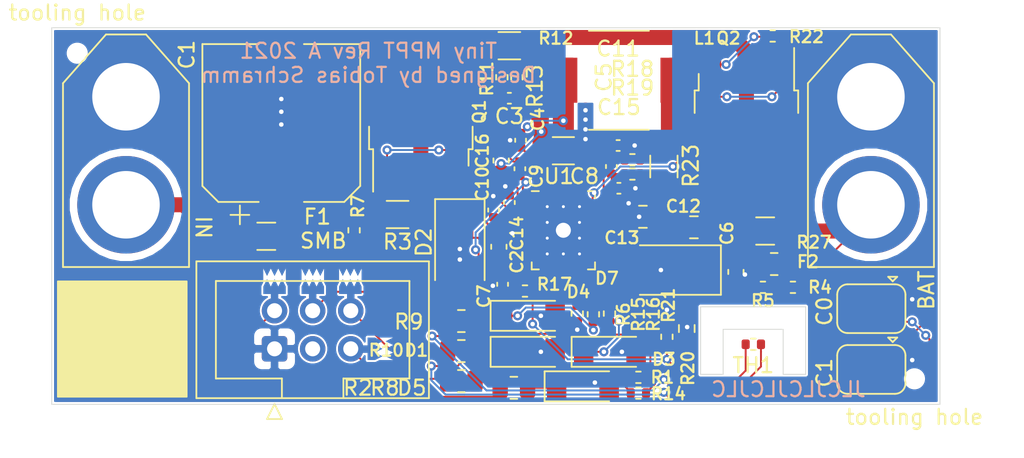
<source format=kicad_pcb>
(kicad_pcb (version 20171130) (host pcbnew 5.1.9)
  (layers (0 F.Cu signal) (31 B.Cu signal) (34 B.Paste user) (35 F.Paste user) (36 B.SilkS user) (37 F.SilkS user) (38 B.Mask user) (39 F.Mask user) (44 Edge.Cuts user))
  (net 0 "")
  (net 1 GND)
  (net 2 "Net-(C1-Pad1)")
  (net 3 "Net-(C2-Pad1)")
  (net 4 /CLN)
  (net 5 /CLP)
  (net 6 "Net-(C4-Pad2)")
  (net 7 "Net-(C4-Pad1)")
  (net 8 /CSN)
  (net 9 /CSP)
  (net 10 /BAT+)
  (net 11 VCC2P5)
  (net 12 CSHUNT-)
  (net 13 INTVCC)
  (net 14 "Net-(C12-Pad2)")
  (net 15 /BSHUNT-)
  (net 16 "Net-(D1-Pad1)")
  (net 17 "Net-(D3-Pad1)")
  (net 18 "Net-(D4-Pad1)")
  (net 19 "Net-(D5-Pad1)")
  (net 20 /~ALERT)
  (net 21 /I2C_REF)
  (net 22 /SCL)
  (net 23 /SDA)
  (net 24 "Net-(F1-Pad2)")
  (net 25 "Net-(F2-Pad1)")
  (net 26 "Net-(J3-Pad3)")
  (net 27 "Net-(JP1-Pad2)")
  (net 28 "Net-(JP2-Pad2)")
  (net 29 /BSHUNT+)
  (net 30 CSHUNT+)
  (net 31 "Net-(Q1-Pad1)")
  (net 32 "Net-(Q2-Pad1)")
  (net 33 /~SMB_ALERT)
  (net 34 /CELLS0)
  (net 35 /CELLS1)
  (net 36 "Net-(R6-Pad1)")
  (net 37 /SMB_SDA)
  (net 38 /SMB_SCL)
  (net 39 /SMB_REF)
  (net 40 "Net-(R17-Pad2)")
  (net 41 "Net-(R17-Pad1)")
  (net 42 "Net-(R20-Pad2)")
  (net 43 "Net-(R24-Pad2)")
  (net 44 "Net-(R24-Pad1)")
  (net 45 "Net-(R25-Pad2)")
  (net 46 "Net-(R25-Pad1)")
  (net 47 "Net-(R26-Pad2)")
  (net 48 "Net-(R26-Pad1)")
  (module ToolingHole:ToolingHole_JLCSMT (layer F.Cu) (at 108.7 118.1)
    (fp_text reference H2 hide)
    (fp_text value MountingHole)
    (fp_text user "tooling hole" (at 0 -2.7) (layer F.SilkS))
    (pad "" np_thru_hole circle (at 0 0) (size 1.152 1.152) (drill 1.152) (layers *.Cu *.Mask))
  )
  (module ToolingHole:ToolingHole_JLCSMT (layer F.Cu) (at 164.5 139.8)
    (fp_text reference H1 hide)
    (fp_text value MountingHole)
    (fp_text user "tooling hole" (at 0 2.55) (layer F.SilkS))
    (pad "" np_thru_hole circle (at 0 0) (size 1.152 1.152) (drill 1.152) (layers *.Cu *.Mask))
  )
  (module Inductor_Sunitech:SLO0630H (layer F.Cu) (at 144.8 119.9)
    (fp_text reference L1 (at 5.7 -2.8) (layer F.SilkS) (effects (font (size 0.8 0.8))))
    (fp_text value "4.7 uH")
    (pad 1 smd rect (at -3.75 0 180) (size 1.96 3) (layers F.Cu F.Paste F.Mask) (net 6 "Net-(C4-Pad2)"))
    (pad 2 smd rect (at 3.75 0) (size 1.96 3) (layers F.Cu F.Paste F.Mask) (net 29 /BSHUNT+))
  )
  (module Package_QFN_linear:QFN-28-1EP_4x5mm_P0.5mm_EP2.65x3.65mm_ThermalVias_backsolder (layer F.Cu) (at 141.1 129.9)
    (fp_text reference U1 (at -0.3 -3.6) (layer F.SilkS))
    (fp_text value LTC4162-L)
    (pad 29 smd rect (at 0 0) (size 2 2) (layers B.Cu B.Mask) (net 1 GND))
    (pad 8 smd roundrect (at -1.95 1.75) (size 0.85 0.25) (layers F.Cu F.Paste F.Mask) (net 11 VCC2P5))
    (pad 10 smd roundrect (at -0.75 2.45) (size 0.25 0.85) (layers F.Cu F.Paste F.Mask) (net 41 "Net-(R17-Pad1)"))
    (pad 27 smd roundrect (at -0.75 -2.45) (size 0.25 0.85) (layers F.Cu F.Paste F.Mask) (net 12 CSHUNT-))
    (pad 28 smd roundrect (at -1.25 -2.45) (size 0.25 0.85) (layers F.Cu F.Paste F.Mask) (net 12 CSHUNT-))
    (pad 29 thru_hole rect (at 0 0) (size 2.65 3.65) (drill 1) (layers *.Cu F.Mask) (net 1 GND))
    (pad 29 thru_hole circle (at -1.075 -1.575) (size 0.5 0.5) (drill 0.2) (layers *.Cu) (net 1 GND))
    (pad 29 thru_hole circle (at 0 -1.575) (size 0.5 0.5) (drill 0.2) (layers *.Cu) (net 1 GND))
    (pad 29 thru_hole circle (at 1.075 -1.575) (size 0.5 0.5) (drill 0.2) (layers *.Cu) (net 1 GND))
    (pad 29 thru_hole circle (at -1.075 -0.525) (size 0.5 0.5) (drill 0.2) (layers *.Cu) (net 1 GND))
    (pad 11 smd roundrect (at -0.25 2.45) (size 0.25 0.85) (layers F.Cu F.Paste F.Mask) (net 36 "Net-(R6-Pad1)"))
    (pad 12 smd roundrect (at 0.25 2.45) (size 0.25 0.85) (layers F.Cu F.Paste F.Mask) (net 33 /~SMB_ALERT))
    (pad 2 smd roundrect (at -1.95 -1.25) (size 0.85 0.25) (layers F.Cu F.Paste F.Mask) (net 13 INTVCC))
    (pad 1 smd roundrect (at -1.95 -1.75) (size 0.85 0.25) (layers F.Cu F.Paste F.Mask) (net 7 "Net-(C4-Pad1)"))
    (pad 29 thru_hole circle (at 1.075 -0.525) (size 0.5 0.5) (drill 0.2) (layers *.Cu) (net 1 GND))
    (pad 29 thru_hole circle (at -1.075 0.525) (size 0.5 0.5) (drill 0.2) (layers *.Cu) (net 1 GND))
    (pad 29 thru_hole circle (at 1.075 0.525) (size 0.5 0.5) (drill 0.2) (layers *.Cu) (net 1 GND))
    (pad 29 thru_hole circle (at -1.075 1.575) (size 0.5 0.5) (drill 0.2) (layers *.Cu) (net 1 GND))
    (pad 29 thru_hole circle (at 0 1.575) (size 0.5 0.5) (drill 0.2) (layers *.Cu) (net 1 GND))
    (pad 29 thru_hole circle (at 1.075 1.575) (size 0.5 0.5) (drill 0.2) (layers *.Cu) (net 1 GND))
    (pad 4 smd roundrect (at -1.95 -0.25) (size 0.85 0.25) (layers F.Cu F.Paste F.Mask) (net 4 /CLN))
    (pad 5 smd roundrect (at -1.95 0.25) (size 0.85 0.25) (layers F.Cu F.Paste F.Mask) (net 5 /CLP))
    (pad 6 smd roundrect (at -1.95 0.75) (size 0.85 0.25) (layers F.Cu F.Paste F.Mask) (net 31 "Net-(Q1-Pad1)"))
    (pad 7 smd roundrect (at -1.95 1.25) (size 0.85 0.25) (layers F.Cu F.Paste F.Mask) (net 3 "Net-(C2-Pad1)"))
    (pad 19 smd roundrect (at 1.95 -0.25) (size 0.85 0.25) (layers F.Cu F.Paste F.Mask) (net 10 /BAT+))
    (pad 20 smd roundrect (at 1.95 -0.75) (size 0.85 0.25) (layers F.Cu F.Paste F.Mask) (net 8 /CSN))
    (pad 21 smd roundrect (at 1.95 -1.25) (size 0.85 0.25) (layers F.Cu F.Paste F.Mask) (net 9 /CSP))
    (pad 22 smd roundrect (at 1.95 -1.75) (size 0.85 0.25) (layers F.Cu F.Paste F.Mask) (net 32 "Net-(Q2-Pad1)"))
    (pad 23 smd roundrect (at 1.25 -2.45) (size 0.25 0.85) (layers F.Cu F.Paste F.Mask) (net 1 GND))
    (pad 24 smd roundrect (at 0.75 -2.45) (size 0.25 0.85) (layers F.Cu F.Paste F.Mask) (net 1 GND))
    (pad 25 smd roundrect (at 0.25 -2.45) (size 0.25 0.85) (layers F.Cu F.Paste F.Mask) (net 6 "Net-(C4-Pad2)"))
    (pad 26 smd roundrect (at -0.25 -2.45) (size 0.25 0.85) (layers F.Cu F.Paste F.Mask) (net 6 "Net-(C4-Pad2)"))
    (pad 9 smd roundrect (at -1.25 2.45) (size 0.25 0.85) (layers F.Cu F.Paste F.Mask) (net 40 "Net-(R17-Pad2)"))
    (pad 13 smd roundrect (at 0.75 2.45) (size 0.25 0.85) (layers F.Cu F.Paste F.Mask) (net 38 /SMB_SCL))
    (pad 14 smd roundrect (at 1.25 2.45) (size 0.25 0.85) (layers F.Cu F.Paste F.Mask) (net 37 /SMB_SDA))
    (pad 15 smd roundrect (at 1.95 1.75) (size 0.85 0.25) (layers F.Cu F.Paste F.Mask) (net 39 /SMB_REF))
    (pad 16 smd roundrect (at 1.95 1.25) (size 0.85 0.25) (layers F.Cu F.Paste F.Mask) (net 1 GND))
    (pad 17 smd roundrect (at 1.95 0.75) (size 0.85 0.25) (layers F.Cu F.Paste F.Mask) (net 34 /CELLS0))
    (pad 18 smd roundrect (at 1.95 0.25) (size 0.85 0.25) (layers F.Cu F.Paste F.Mask) (net 35 /CELLS1))
    (pad 3 smd roundrect (at -1.95 -0.75) (size 0.85 0.25) (layers F.Cu F.Paste F.Mask) (net 12 CSHUNT-))
  )
  (module Resistor_SMD:R_0402_1005Metric (layer F.Cu) (at 143.1 135.5 270)
    (fp_text reference R15 (at 0 -3 90) (layer F.SilkS) (effects (font (size 0.8 0.8))))
    (fp_text value "200 R")
    (pad 2 smd roundrect (at 0.51 0 270) (size 0.54 0.64) (layers F.Cu F.Paste F.Mask) (net 18 "Net-(D4-Pad1)"))
    (pad 1 smd roundrect (at -0.51 0 270) (size 0.54 0.64) (layers F.Cu F.Paste F.Mask) (net 38 /SMB_SCL))
  )
  (module Jumper_3Way:SolderJumper-4_P1.3mm_Bridged23_RoundedPad1.0x1.5mm (layer F.Cu) (at 161.6 138.55 180)
    (fp_text reference JP2 hide)
    (fp_text value SolderJumper_4_Bridged24)
    (fp_poly (pts (xy -0.3 -0.6) (xy -0.3 -1.2) (xy 0.3 -1.2) (xy 0.3 -0.6)) (layer F.Cu) (width 0))
    (pad 3 smd custom (at 0 -1.5 90) (size 1 0.5) (layers F.Cu F.Mask) (net 11 VCC2P5) (options (clearance outline) (anchor rect)) (primitives (gr_circle (center 0 0.25) (end 0.5 0.25) (width 0)) (gr_circle (center 0 -0.25) (end 0.5 -0.25) (width 0)) (gr_poly (pts (xy 0.55 -0.75) (xy 0 -0.75) (xy 0 0.75) (xy 0.55 0.75)) (width 0))))
    (pad 1 smd custom (at -1.55 0 180) (size 1 0.5) (layers F.Cu F.Mask) (net 1 GND) (options (clearance outline) (anchor rect)) (primitives (gr_circle (center 0 0.25) (end 0.5 0.25) (width 0)) (gr_circle (center 0 -0.25) (end 0.5 -0.25) (width 0)) (gr_poly (pts (xy 0.55 -0.75) (xy 0 -0.75) (xy 0 0.75) (xy 0.55 0.75)) (width 0))))
    (pad 2 smd rect (at 0 0 180) (size 1.5 1.5) (layers F.Cu F.Mask) (net 28 "Net-(JP2-Pad2)"))
    (pad 4 smd custom (at 1.5 0 180) (size 1 0.5) (layers F.Cu F.Mask) (net 13 INTVCC) (options (clearance outline) (anchor rect)) (primitives (gr_circle (center 0 0.25) (end 0.5 0.25) (width 0)) (gr_circle (center 0 -0.25) (end 0.5 -0.25) (width 0)) (gr_poly (pts (xy -0.55 -0.75) (xy 0 -0.75) (xy 0 0.75) (xy -0.55 0.75)) (width 0))))
  )
  (module Resistor_SMD:R_0402_1005Metric (layer F.Cu) (at 111.5 140.1)
    (fp_text reference R26 hide)
    (fp_text value Pb)
    (pad 2 smd roundrect (at 0.51 0) (size 0.54 0.64) (layers F.Cu F.Paste F.Mask) (net 47 "Net-(R26-Pad2)"))
    (pad 1 smd roundrect (at -0.51 0) (size 0.54 0.64) (layers F.Cu F.Paste F.Mask) (net 48 "Net-(R26-Pad1)"))
  )
  (module Resistor_SMD:R_0402_1005Metric (layer F.Cu) (at 111.5 137.7)
    (fp_text reference R25 hide)
    (fp_text value LiFePo4)
    (pad 2 smd roundrect (at 0.51 0) (size 0.54 0.64) (layers F.Cu F.Paste F.Mask) (net 45 "Net-(R25-Pad2)"))
    (pad 1 smd roundrect (at -0.51 0) (size 0.54 0.64) (layers F.Cu F.Paste F.Mask) (net 46 "Net-(R25-Pad1)"))
  )
  (module Resistor_SMD:R_0402_1005Metric (layer F.Cu) (at 111.5 135.3)
    (fp_text reference R24 hide)
    (fp_text value LiIon/LiPo)
    (pad 2 smd roundrect (at 0.51 0) (size 0.54 0.64) (layers F.Cu F.Paste F.Mask) (net 43 "Net-(R24-Pad2)"))
    (pad 1 smd roundrect (at -0.51 0) (size 0.54 0.64) (layers F.Cu F.Paste F.Mask) (net 44 "Net-(R24-Pad1)"))
  )
  (module Resistor_SMD:R_0402_1005Metric (layer F.Cu) (at 154.4 133.7)
    (fp_text reference R5 (at 0 0.9) (layer F.SilkS) (effects (font (size 0.8 0.8))))
    (fp_text value 100kR)
    (pad 2 smd roundrect (at 0.51 0) (size 0.54 0.64) (layers F.Cu F.Paste F.Mask) (net 28 "Net-(JP2-Pad2)"))
    (pad 1 smd roundrect (at -0.51 0) (size 0.54 0.64) (layers F.Cu F.Paste F.Mask) (net 35 /CELLS1))
  )
  (module Resistor_SMD:R_0402_1005Metric (layer F.Cu) (at 156.4 133.7)
    (fp_text reference R4 (at 1.8 0) (layer F.SilkS) (effects (font (size 0.8 0.8))))
    (fp_text value 100kR)
    (pad 2 smd roundrect (at 0.51 0) (size 0.54 0.64) (layers F.Cu F.Paste F.Mask) (net 27 "Net-(JP1-Pad2)"))
    (pad 1 smd roundrect (at -0.51 0) (size 0.54 0.64) (layers F.Cu F.Paste F.Mask) (net 34 /CELLS0))
  )
  (module Capacitor_SMD:C_0402_1005Metric (layer F.Cu) (at 144.8 127.1)
    (fp_text reference C15 (at 0 -5.4) (layer F.SilkS))
    (fp_text value 100nF)
    (pad 2 smd roundrect (at 0.48 0) (size 0.56 0.62) (layers F.Cu F.Paste F.Mask) (net 1 GND))
    (pad 1 smd roundrect (at -0.48 0) (size 0.56 0.62) (layers F.Cu F.Paste F.Mask) (net 8 /CSN))
  )
  (module Capacitor_SMD:C_0402_1005Metric (layer F.Cu) (at 144.75 124.25)
    (fp_text reference C11 (at 0 -6.45) (layer F.SilkS))
    (fp_text value 100nF)
    (pad 2 smd roundrect (at 0.48 0) (size 0.56 0.62) (layers F.Cu F.Paste F.Mask) (net 1 GND))
    (pad 1 smd roundrect (at -0.48 0) (size 0.56 0.62) (layers F.Cu F.Paste F.Mask) (net 9 /CSP))
  )
  (module Capacitor_SMD:C_0402_1005Metric (layer F.Cu) (at 136.45 128.55 90)
    (fp_text reference C10 (at 1.75 -0.75 90) (layer F.SilkS) (effects (font (size 0.8 0.8))))
    (fp_text value 100nF)
    (pad 2 smd roundrect (at 0.48 0 90) (size 0.56 0.62) (layers F.Cu F.Paste F.Mask) (net 1 GND))
    (pad 1 smd roundrect (at -0.48 0 90) (size 0.56 0.62) (layers F.Cu F.Paste F.Mask) (net 5 /CLP))
  )
  (module Capacitor_SMD:C_0402_1005Metric (layer F.Cu) (at 137.5 128.05 90)
    (fp_text reference C14 (at -2.05 0.5 90) (layer F.SilkS) (effects (font (size 0.8 0.8))))
    (fp_text value 100nF)
    (pad 2 smd roundrect (at 0.48 0 90) (size 0.56 0.62) (layers F.Cu F.Paste F.Mask) (net 1 GND))
    (pad 1 smd roundrect (at -0.48 0 90) (size 0.56 0.62) (layers F.Cu F.Paste F.Mask) (net 4 /CLN))
  )
  (module Resistor_SMD:R_0402_1005Metric (layer F.Cu) (at 155.05 116.95)
    (fp_text reference R22 (at 2.25 0.05) (layer F.SilkS) (effects (font (size 0.8 0.8))))
    (fp_text value 1MR)
    (pad 2 smd roundrect (at 0.51 0) (size 0.54 0.64) (layers F.Cu F.Paste F.Mask) (net 32 "Net-(Q2-Pad1)"))
    (pad 1 smd roundrect (at -0.51 0) (size 0.54 0.64) (layers F.Cu F.Paste F.Mask) (net 29 /BSHUNT+))
  )
  (module Resistor_SMD:R_0402_1005Metric (layer F.Cu) (at 127.15 129.9 270)
    (fp_text reference R7 (at -1.6 -0.25 90) (layer F.SilkS) (effects (font (size 0.8 0.8))))
    (fp_text value 1MR)
    (pad 2 smd roundrect (at 0.51 0 270) (size 0.54 0.64) (layers F.Cu F.Paste F.Mask) (net 3 "Net-(C2-Pad1)"))
    (pad 1 smd roundrect (at -0.51 0 270) (size 0.54 0.64) (layers F.Cu F.Paste F.Mask) (net 31 "Net-(Q1-Pad1)"))
  )
  (module Capacitor_SMD:C_0402_1005Metric (layer F.Cu) (at 138.2 125.8 90)
    (fp_text reference C9 (at -0.5 1.1 90) (layer F.SilkS) (effects (font (size 0.8 0.8))))
    (fp_text value 4.7uF)
    (pad 2 smd roundrect (at 0.48 0 90) (size 0.56 0.62) (layers F.Cu F.Paste F.Mask) (net 1 GND))
    (pad 1 smd roundrect (at -0.48 0 90) (size 0.56 0.62) (layers F.Cu F.Paste F.Mask) (net 13 INTVCC))
  )
  (module Capacitor_SMD:C_0402_1005Metric (layer F.Cu) (at 137.05 133.5 270)
    (fp_text reference C7 (at 0.8 1.25 90) (layer F.SilkS) (effects (font (size 0.8 0.8))))
    (fp_text value 1uF)
    (pad 2 smd roundrect (at 0.48 0 270) (size 0.56 0.62) (layers F.Cu F.Paste F.Mask) (net 1 GND))
    (pad 1 smd roundrect (at -0.48 0 270) (size 0.56 0.62) (layers F.Cu F.Paste F.Mask) (net 11 VCC2P5))
  )
  (module Capacitor_SMD:C_0603_1608Metric (layer F.Cu) (at 136.95 125.25 270)
    (fp_text reference C16 (at -0.65 1.25 90) (layer F.SilkS) (effects (font (size 0.8 0.8))))
    (fp_text value 100nF)
    (pad 2 smd roundrect (at 0.775 0 270) (size 0.9 0.95) (layers F.Cu F.Paste F.Mask) (net 12 CSHUNT-))
    (pad 1 smd roundrect (at -0.775 0 270) (size 0.9 0.95) (layers F.Cu F.Paste F.Mask) (net 1 GND))
  )
  (module Capacitor_SMD:C_0402_1005Metric (layer F.Cu) (at 144.3 125.65 270)
    (fp_text reference C5 (at -5.95 0.5 90) (layer F.SilkS))
    (fp_text value 100nF)
    (pad 2 smd roundrect (at 0.48 0 270) (size 0.56 0.62) (layers F.Cu F.Paste F.Mask) (net 8 /CSN))
    (pad 1 smd roundrect (at -0.48 0 270) (size 0.56 0.62) (layers F.Cu F.Paste F.Mask) (net 9 /CSP))
  )
  (module Capacitor_SMD:C_0402_1005Metric (layer F.Cu) (at 137.5 121.1)
    (fp_text reference C3 (at 0 1.2) (layer F.SilkS))
    (fp_text value 100nF)
    (pad 2 smd roundrect (at 0.48 0) (size 0.56 0.62) (layers F.Cu F.Paste F.Mask) (net 4 /CLN))
    (pad 1 smd roundrect (at -0.48 0) (size 0.56 0.62) (layers F.Cu F.Paste F.Mask) (net 5 /CLP))
  )
  (module Resistor_SMD:R_0402_1005Metric (layer F.Cu) (at 145.7 126.15)
    (fp_text reference R19 (at 0 -5.75) (layer F.SilkS))
    (fp_text value 100R)
    (pad 2 smd roundrect (at 0.51 0) (size 0.54 0.64) (layers F.Cu F.Paste F.Mask) (net 15 /BSHUNT-))
    (pad 1 smd roundrect (at -0.51 0) (size 0.54 0.64) (layers F.Cu F.Paste F.Mask) (net 8 /CSN))
  )
  (module Resistor_SMD:R_0402_1005Metric (layer F.Cu) (at 145.7 125.2)
    (fp_text reference R18 (at 0 -6.05) (layer F.SilkS))
    (fp_text value 100R)
    (pad 2 smd roundrect (at 0.51 0) (size 0.54 0.64) (layers F.Cu F.Paste F.Mask) (net 29 /BSHUNT+))
    (pad 1 smd roundrect (at -0.51 0) (size 0.54 0.64) (layers F.Cu F.Paste F.Mask) (net 9 /CSP))
  )
  (module Resistor_SMD:R_0402_1005Metric (layer F.Cu) (at 138 119.7 90)
    (fp_text reference R13 (at -0.6 1.2 90) (layer F.SilkS))
    (fp_text value 100R)
    (pad 2 smd roundrect (at 0.51 0 90) (size 0.54 0.64) (layers F.Cu F.Paste F.Mask) (net 12 CSHUNT-))
    (pad 1 smd roundrect (at -0.51 0 90) (size 0.54 0.64) (layers F.Cu F.Paste F.Mask) (net 4 /CLN))
  )
  (module Resistor_SMD:R_0402_1005Metric (layer F.Cu) (at 137 119.7 90)
    (fp_text reference R11 (at -0.1 -1 90) (layer F.SilkS) (effects (font (size 0.8 0.8))))
    (fp_text value 100R)
    (pad 2 smd roundrect (at 0.51 0 90) (size 0.54 0.64) (layers F.Cu F.Paste F.Mask) (net 30 CSHUNT+))
    (pad 1 smd roundrect (at -0.51 0 90) (size 0.54 0.64) (layers F.Cu F.Paste F.Mask) (net 5 /CLP))
  )
  (module Resistor_SMD:R_0402_1005Metric (layer F.Cu) (at 153.76 137.5)
    (fp_text reference TH1 (at 0 1.4) (layer F.SilkS))
    (fp_text value 10kR)
    (pad 2 smd roundrect (at 0.51 0) (size 0.54 0.64) (layers F.Cu F.Paste F.Mask) (net 41 "Net-(R17-Pad1)"))
    (pad 1 smd roundrect (at -0.51 0) (size 0.54 0.64) (layers F.Cu F.Paste F.Mask) (net 42 "Net-(R20-Pad2)"))
  )
  (module Resistor_SMD:R_0805_2012Metric (layer F.Cu) (at 155.15 132.15)
    (fp_text reference R27 (at 2.65 -1.45) (layer F.SilkS) (effects (font (size 0.8 0.8))))
    (fp_text value 200R)
    (pad 2 smd roundrect (at 0.9125 0) (size 1.025 1.4) (layers F.Cu F.Paste F.Mask) (roundrect_rratio 0.243902) (net 25 "Net-(F2-Pad1)"))
    (pad 1 smd roundrect (at -0.9125 0) (size 1.025 1.4) (layers F.Cu F.Paste F.Mask) (roundrect_rratio 0.243902) (net 10 /BAT+))
  )
  (module Resistor_SMD:R_1206_3216Metric (layer F.Cu) (at 147.8 125.65 90)
    (fp_text reference R23 (at 0.05 1.8 90) (layer F.SilkS))
    (fp_text value 10mR)
    (pad 2 smd roundrect (at 1.4625 0 90) (size 1.125 1.75) (layers F.Cu F.Paste F.Mask) (roundrect_rratio 0.222222) (net 29 /BSHUNT+))
    (pad 1 smd roundrect (at -1.4625 0 90) (size 1.125 1.75) (layers F.Cu F.Paste F.Mask) (roundrect_rratio 0.222222) (net 15 /BSHUNT-))
  )
  (module Resistor_SMD:R_0402_1005Metric (layer F.Cu) (at 148 137 90)
    (fp_text reference R21 (at 2.1 0.1 90) (layer F.SilkS) (effects (font (size 0.8 0.8))))
    (fp_text value 187kR)
    (pad 2 smd roundrect (at 0.51 0 90) (size 0.54 0.64) (layers F.Cu F.Paste F.Mask) (net 1 GND))
    (pad 1 smd roundrect (at -0.51 0 90) (size 0.54 0.64) (layers F.Cu F.Paste F.Mask) (net 41 "Net-(R17-Pad1)"))
  )
  (module Resistor_SMD:R_0603_1608Metric (layer F.Cu) (at 149.325 136.45 270)
    (fp_text reference R20 (at 2.65 -0.075 90) (layer F.SilkS) (effects (font (size 0.8 0.8))))
    (fp_text value 549R)
    (pad 2 smd roundrect (at 0.825 0 270) (size 0.8 0.95) (layers F.Cu F.Paste F.Mask) (net 42 "Net-(R20-Pad2)"))
    (pad 1 smd roundrect (at -0.825 0 270) (size 0.8 0.95) (layers F.Cu F.Paste F.Mask) (net 1 GND))
  )
  (module Resistor_SMD:R_0402_1005Metric (layer F.Cu) (at 138.54 133.95 180)
    (fp_text reference R17 (at -1.96 0.45) (layer F.SilkS) (effects (font (size 0.8 0.8))))
    (fp_text value 10kR)
    (pad 2 smd roundrect (at 0.51 0 180) (size 0.54 0.64) (layers F.Cu F.Paste F.Mask) (net 40 "Net-(R17-Pad2)"))
    (pad 1 smd roundrect (at -0.51 0 180) (size 0.54 0.64) (layers F.Cu F.Paste F.Mask) (net 41 "Net-(R17-Pad1)"))
  )
  (module Resistor_SMD:R_0402_1005Metric (layer F.Cu) (at 144.175 135.45 270)
    (fp_text reference R16 (at 0.05 -2.925 90) (layer F.SilkS) (effects (font (size 0.8 0.8))))
    (fp_text value "200 R")
    (pad 2 smd roundrect (at 0.51 0 270) (size 0.54 0.64) (layers F.Cu F.Paste F.Mask) (net 17 "Net-(D3-Pad1)"))
    (pad 1 smd roundrect (at -0.51 0 270) (size 0.54 0.64) (layers F.Cu F.Paste F.Mask) (net 39 /SMB_REF))
  )
  (module Resistor_SMD:R_0402_1005Metric (layer F.Cu) (at 146.1 140.75 180)
    (fp_text reference R14 (at -2 -0.05) (layer F.SilkS) (effects (font (size 0.8 0.8))))
    (fp_text value "200 R")
    (pad 2 smd roundrect (at 0.51 0 180) (size 0.54 0.64) (layers F.Cu F.Paste F.Mask) (net 19 "Net-(D5-Pad1)"))
    (pad 1 smd roundrect (at -0.51 0 180) (size 0.54 0.64) (layers F.Cu F.Paste F.Mask) (net 37 /SMB_SDA))
  )
  (module Resistor_SMD:R_1206_3216Metric (layer F.Cu) (at 137.5 117.6 180)
    (fp_text reference R12 (at -3.1 0.5 180) (layer F.SilkS) (effects (font (size 0.8 0.8))))
    (fp_text value 10mR)
    (pad 2 smd roundrect (at 1.4625 0 180) (size 1.125 1.75) (layers F.Cu F.Paste F.Mask) (roundrect_rratio 0.222222) (net 30 CSHUNT+))
    (pad 1 smd roundrect (at -1.4625 0 180) (size 1.125 1.75) (layers F.Cu F.Paste F.Mask) (roundrect_rratio 0.222222) (net 12 CSHUNT-))
  )
  (module Resistor_SMD:R_0805_2012Metric (layer F.Cu) (at 134.3 137.95 180)
    (fp_text reference R10 (at 5 0.05) (layer F.SilkS) (effects (font (size 0.8 0.8))))
    (fp_text value 100R)
    (pad 2 smd roundrect (at 0.9125 0 180) (size 1.025 1.4) (layers F.Cu F.Paste F.Mask) (roundrect_rratio 0.243902) (net 21 /I2C_REF))
    (pad 1 smd roundrect (at -0.9125 0 180) (size 1.025 1.4) (layers F.Cu F.Paste F.Mask) (roundrect_rratio 0.243902) (net 17 "Net-(D3-Pad1)"))
  )
  (module Resistor_SMD:R_0805_2012Metric (layer F.Cu) (at 134.3 135.95 180)
    (fp_text reference R9 (at 3.5 -0.05) (layer F.SilkS))
    (fp_text value 100R)
    (pad 2 smd roundrect (at 0.9125 0 180) (size 1.025 1.4) (layers F.Cu F.Paste F.Mask) (roundrect_rratio 0.243902) (net 22 /SCL))
    (pad 1 smd roundrect (at -0.9125 0 180) (size 1.025 1.4) (layers F.Cu F.Paste F.Mask) (roundrect_rratio 0.243902) (net 18 "Net-(D4-Pad1)"))
  )
  (module Resistor_SMD:R_0805_2012Metric (layer F.Cu) (at 137.8 140.4 180)
    (fp_text reference R8 (at 8.6 0) (layer F.SilkS))
    (fp_text value 100R)
    (pad 2 smd roundrect (at 0.9125 0 180) (size 1.025 1.4) (layers F.Cu F.Paste F.Mask) (roundrect_rratio 0.243902) (net 23 /SDA))
    (pad 1 smd roundrect (at -0.9125 0 180) (size 1.025 1.4) (layers F.Cu F.Paste F.Mask) (roundrect_rratio 0.243902) (net 19 "Net-(D5-Pad1)"))
  )
  (module Resistor_SMD:R_0402_1005Metric (layer F.Cu) (at 142.025 135.45 270)
    (fp_text reference R6 (at 0.05 -3.075 90) (layer F.SilkS) (effects (font (size 0.8 0.8))))
    (fp_text value 63.4kR)
    (pad 2 smd roundrect (at 0.51 0 270) (size 0.54 0.64) (layers F.Cu F.Paste F.Mask) (net 1 GND))
    (pad 1 smd roundrect (at -0.51 0 270) (size 0.54 0.64) (layers F.Cu F.Paste F.Mask) (net 36 "Net-(R6-Pad1)"))
  )
  (module Resistor_SMD:R_1206_3216Metric (layer F.Cu) (at 130.05 128.85 180)
    (fp_text reference R3 (at 0 -1.82) (layer F.SilkS))
    (fp_text value "2.5 R")
    (pad 2 smd roundrect (at 1.4625 0 180) (size 1.125 1.75) (layers F.Cu F.Paste F.Mask) (roundrect_rratio 0.222222) (net 2 "Net-(C1-Pad1)"))
    (pad 1 smd roundrect (at -1.4625 0 180) (size 1.125 1.75) (layers F.Cu F.Paste F.Mask) (roundrect_rratio 0.222222) (net 3 "Net-(C2-Pad1)"))
  )
  (module Resistor_SMD:R_0805_2012Metric (layer F.Cu) (at 134.3 139.95)
    (fp_text reference R2 (at -6.9 0.45) (layer F.SilkS))
    (fp_text value 100R)
    (pad 2 smd roundrect (at 0.9125 0) (size 1.025 1.4) (layers F.Cu F.Paste F.Mask) (roundrect_rratio 0.243902) (net 16 "Net-(D1-Pad1)"))
    (pad 1 smd roundrect (at -0.9125 0) (size 1.025 1.4) (layers F.Cu F.Paste F.Mask) (roundrect_rratio 0.243902) (net 20 /~ALERT))
  )
  (module Resistor_SMD:R_0402_1005Metric (layer F.Cu) (at 146.1 139.7)
    (fp_text reference R1 (at 1.6 0) (layer F.SilkS) (effects (font (size 0.8 0.8))))
    (fp_text value "200 R")
    (pad 2 smd roundrect (at 0.51 0) (size 0.54 0.64) (layers F.Cu F.Paste F.Mask) (net 33 /~SMB_ALERT))
    (pad 1 smd roundrect (at -0.51 0) (size 0.54 0.64) (layers F.Cu F.Paste F.Mask) (net 16 "Net-(D1-Pad1)"))
  )
  (module Package_TO_SOT_SMD:TO-252-3_TabPin2 (layer F.Cu) (at 153.3 123.05 270)
    (fp_text reference Q2 (at -5.95 1.2 180) (layer F.SilkS) (effects (font (size 0.8 0.8))))
    (fp_text value Q_NMOS_GDS)
    (pad 2 smd rect (at 2.1 0 270) (size 6.4 5.8) (layers F.Cu F.Mask) (net 12 CSHUNT-))
    (pad 3 smd rect (at -4.2 2.28 270) (size 2.2 1.2) (layers F.Cu F.Paste F.Mask) (net 29 /BSHUNT+))
    (pad 2 smd rect (at -4.2 0 270) (size 2.2 1.2) (layers F.Cu F.Paste F.Mask) (net 12 CSHUNT-))
    (pad 1 smd rect (at -4.2 -2.28 270) (size 2.2 1.2) (layers F.Cu F.Paste F.Mask) (net 32 "Net-(Q2-Pad1)"))
  )
  (module Package_TO_SOT_SMD:TO-252-3_TabPin2 (layer F.Cu) (at 131.6 122.025 90)
    (fp_text reference Q1 (at 0.025 3.9 270) (layer F.SilkS) (effects (font (size 0.8 0.8))))
    (fp_text value Q_NMOS_GDS)
    (pad 2 smd rect (at 2.1 0 90) (size 6.4 5.8) (layers F.Cu F.Mask) (net 30 CSHUNT+))
    (pad 3 smd rect (at -4.2 2.28 90) (size 2.2 1.2) (layers F.Cu F.Paste F.Mask) (net 3 "Net-(C2-Pad1)"))
    (pad 2 smd rect (at -4.2 0 90) (size 2.2 1.2) (layers F.Cu F.Paste F.Mask) (net 30 CSHUNT+))
    (pad 1 smd rect (at -4.2 -2.28 90) (size 2.2 1.2) (layers F.Cu F.Paste F.Mask) (net 31 "Net-(Q1-Pad1)"))
  )
  (module Jumper_3Way:SolderJumper-4_P1.3mm_Bridged24_RoundedPad1.0x1.5mm (layer F.Cu) (at 161.6 134.5 180)
    (fp_text reference JP1 hide)
    (fp_text value SolderJumper_4_Bridged23)
    (fp_poly (pts (xy 0.6 -0.3) (xy 1.1 -0.3) (xy 1.1 0.3) (xy 0.6 0.3)) (layer F.Cu) (width 0))
    (pad 3 smd custom (at 0 -1.5 90) (size 1 0.5) (layers F.Cu F.Mask) (net 11 VCC2P5) (options (clearance outline) (anchor rect)) (primitives (gr_circle (center 0 0.25) (end 0.5 0.25) (width 0)) (gr_circle (center 0 -0.25) (end 0.5 -0.25) (width 0)) (gr_poly (pts (xy 0.55 -0.75) (xy 0 -0.75) (xy 0 0.75) (xy 0.55 0.75)) (width 0))))
    (pad 2 smd rect (at 0 0 180) (size 1.5 1.5) (layers F.Cu F.Mask) (net 27 "Net-(JP1-Pad2)"))
    (pad 1 smd custom (at -1.55 0 180) (size 1 0.5) (layers F.Cu F.Mask) (net 1 GND) (options (clearance outline) (anchor rect)) (primitives (gr_circle (center 0 0.25) (end 0.5 0.25) (width 0)) (gr_circle (center 0 -0.25) (end 0.5 -0.25) (width 0)) (gr_poly (pts (xy 0.55 -0.75) (xy 0 -0.75) (xy 0 0.75) (xy 0.55 0.75)) (width 0))))
    (pad 4 smd custom (at 1.5 0 180) (size 1 0.5) (layers F.Cu F.Mask) (net 13 INTVCC) (options (clearance outline) (anchor rect)) (primitives (gr_circle (center 0 0.25) (end 0.5 0.25) (width 0)) (gr_circle (center 0 -0.25) (end 0.5 -0.25) (width 0)) (gr_poly (pts (xy -0.55 -0.75) (xy 0 -0.75) (xy 0 0.75) (xy -0.55 0.75)) (width 0))))
  )
  (module Connector_XT:XT60 (layer F.Cu) (at 161.6 124.6 270)
    (fp_text reference J4 hide)
    (fp_text value Conn_01x02)
    (pad 1 thru_hole circle (at -3.6 0 90) (size 6.5 6.5) (drill 4.5) (layers *.Cu *.Mask) (net 1 GND))
    (pad 2 thru_hole circle (at 3.6 0 270) (size 6.5 6.5) (drill 4.5) (layers *.Cu *.Mask) (net 25 "Net-(F2-Pad1)") (clearance 0.5))
  )
  (module Connector_IDC:IDC-Header_2x03_P2.54mm_Vertical (layer F.Cu) (at 121.85 137.8 90)
    (fp_text reference J3 hide)
    (fp_text value Conn_02x03_Odd_Even)
    (pad 6 thru_hole circle (at 2.54 5.08 90) (size 1.7 1.7) (drill 1) (layers *.Cu *.Mask) (net 21 /I2C_REF))
    (pad 4 thru_hole circle (at 2.54 2.54 90) (size 1.7 1.7) (drill 1) (layers *.Cu *.Mask) (net 22 /SCL))
    (pad 2 thru_hole circle (at 2.54 0 90) (size 1.7 1.7) (drill 1) (layers *.Cu *.Mask) (net 23 /SDA))
    (pad 5 thru_hole circle (at 0 5.08 90) (size 1.7 1.7) (drill 1) (layers *.Cu *.Mask) (net 20 /~ALERT))
    (pad 3 thru_hole circle (at 0 2.54 90) (size 1.7 1.7) (drill 1) (layers *.Cu *.Mask) (net 26 "Net-(J3-Pad3)"))
    (pad 1 thru_hole roundrect (at 0 0 90) (size 1.7 1.7) (drill 1) (layers *.Cu *.Mask) (roundrect_rratio 0.147059) (net 1 GND))
  )
  (module Connector_XT:XT60 (layer F.Cu) (at 111.95 124.6 270)
    (fp_text reference J2 hide)
    (fp_text value Conn_01x02)
    (pad 1 thru_hole circle (at -3.6 0 90) (size 6.5 6.5) (drill 4.5) (layers *.Cu *.Mask) (net 1 GND))
    (pad 2 thru_hole circle (at 3.6 0 270) (size 6.5 6.5) (drill 4.5) (layers *.Cu *.Mask) (net 24 "Net-(F1-Pad2)") (clearance 0.5))
  )
  (module Fuse:Fuse_1206_3216Metric (layer F.Cu) (at 154.55 129.95 180)
    (fp_text reference F2 (at -2.85 -2.05) (layer F.SilkS) (effects (font (size 0.8 0.8))))
    (fp_text value "5 A")
    (pad 2 smd roundrect (at 1.4 0 180) (size 1.25 1.75) (layers F.Cu F.Paste F.Mask) (roundrect_rratio 0.2) (net 15 /BSHUNT-))
    (pad 1 smd roundrect (at -1.4 0 180) (size 1.25 1.75) (layers F.Cu F.Paste F.Mask) (roundrect_rratio 0.2) (net 25 "Net-(F2-Pad1)"))
  )
  (module Fuse:Fuse_1206_3216Metric (layer F.Cu) (at 121.3 130.3 180)
    (fp_text reference F1 (at -3.4 1.3) (layer F.SilkS))
    (fp_text value "5 A")
    (pad 2 smd roundrect (at 1.4 0 180) (size 1.25 1.75) (layers F.Cu F.Paste F.Mask) (roundrect_rratio 0.2) (net 24 "Net-(F1-Pad2)"))
    (pad 1 smd roundrect (at -1.4 0 180) (size 1.25 1.75) (layers F.Cu F.Paste F.Mask) (roundrect_rratio 0.2) (net 3 "Net-(C2-Pad1)"))
  )
  (module spark-gap:spark-gap-0.2mm (layer B.Cu) (at 121.75 133.05 90)
    (fp_text reference E4 hide)
    (fp_text value SPARK_GAP)
    (pad 1 smd custom (at -0.85 0.1 270) (size 0.5 1.5) (layers B.Cu B.Mask) (net 23 /SDA) (options (clearance outline) (anchor rect)) (primitives (gr_poly (pts (xy -0.75 0) (xy -0.25 0.25) (xy -0.75 0.5) (xy -0.25 0.75) (xy 0.25 0.75) (xy 0.25 -0.75) (xy -0.25 -0.75) (xy -0.75 -0.5) (xy -0.25 -0.25)) (width 0))))
    (pad 2 smd custom (at 0.85 0.1 90) (size 0.5 1.5) (layers B.Cu B.Mask) (net 1 GND) (options (clearance outline) (anchor rect)) (primitives (gr_poly (pts (xy -0.75 0) (xy -0.25 0.25) (xy -0.75 0.5) (xy -0.25 0.75) (xy 0.25 0.75) (xy 0.25 -0.75) (xy -0.25 -0.75) (xy -0.75 -0.5) (xy -0.25 -0.25)) (width 0))))
  )
  (module spark-gap:spark-gap-0.2mm (layer B.Cu) (at 124.3 133.05 90)
    (fp_text reference E3 hide)
    (fp_text value SPARK_GAP)
    (pad 1 smd custom (at -0.85 0.1 270) (size 0.5 1.5) (layers B.Cu B.Mask) (net 22 /SCL) (options (clearance outline) (anchor rect)) (primitives (gr_poly (pts (xy -0.75 0) (xy -0.25 0.25) (xy -0.75 0.5) (xy -0.25 0.75) (xy 0.25 0.75) (xy 0.25 -0.75) (xy -0.25 -0.75) (xy -0.75 -0.5) (xy -0.25 -0.25)) (width 0))))
    (pad 2 smd custom (at 0.85 0.1 90) (size 0.5 1.5) (layers B.Cu B.Mask) (net 1 GND) (options (clearance outline) (anchor rect)) (primitives (gr_poly (pts (xy -0.75 0) (xy -0.25 0.25) (xy -0.75 0.5) (xy -0.25 0.75) (xy 0.25 0.75) (xy 0.25 -0.75) (xy -0.25 -0.75) (xy -0.75 -0.5) (xy -0.25 -0.25)) (width 0))))
  )
  (module spark-gap:spark-gap-0.2mm (layer B.Cu) (at 126.8 133.05 90)
    (fp_text reference E2 hide)
    (fp_text value SPARK_GAP)
    (pad 1 smd custom (at -0.85 0.1 270) (size 0.5 1.5) (layers B.Cu B.Mask) (net 21 /I2C_REF) (options (clearance outline) (anchor rect)) (primitives (gr_poly (pts (xy -0.75 0) (xy -0.25 0.25) (xy -0.75 0.5) (xy -0.25 0.75) (xy 0.25 0.75) (xy 0.25 -0.75) (xy -0.25 -0.75) (xy -0.75 -0.5) (xy -0.25 -0.25)) (width 0))))
    (pad 2 smd custom (at 0.85 0.1 90) (size 0.5 1.5) (layers B.Cu B.Mask) (net 1 GND) (options (clearance outline) (anchor rect)) (primitives (gr_poly (pts (xy -0.75 0) (xy -0.25 0.25) (xy -0.75 0.5) (xy -0.25 0.75) (xy 0.25 0.75) (xy 0.25 -0.75) (xy -0.25 -0.75) (xy -0.75 -0.5) (xy -0.25 -0.25)) (width 0))))
  )
  (module spark-gap:spark-gap-0.2mm (layer B.Cu) (at 129.15 137.7)
    (fp_text reference E1 hide)
    (fp_text value SPARK_GAP)
    (pad 1 smd custom (at -0.85 0.1 180) (size 0.5 1.5) (layers B.Cu B.Mask) (net 20 /~ALERT) (options (clearance outline) (anchor rect)) (primitives (gr_poly (pts (xy -0.75 0) (xy -0.25 0.25) (xy -0.75 0.5) (xy -0.25 0.75) (xy 0.25 0.75) (xy 0.25 -0.75) (xy -0.25 -0.75) (xy -0.75 -0.5) (xy -0.25 -0.25)) (width 0))))
    (pad 2 smd custom (at 0.85 0.1) (size 0.5 1.5) (layers B.Cu B.Mask) (net 1 GND) (options (clearance outline) (anchor rect)) (primitives (gr_poly (pts (xy -0.75 0) (xy -0.25 0.25) (xy -0.75 0.5) (xy -0.25 0.75) (xy 0.25 0.75) (xy 0.25 -0.75) (xy -0.25 -0.75) (xy -0.75 -0.5) (xy -0.25 -0.25)) (width 0))))
  )
  (module Diode_SMD:D_SMA (layer F.Cu) (at 148.2 132.55 180)
    (fp_text reference D7 (at 4.2 -0.55) (layer F.SilkS) (effects (font (size 0.8 0.8))))
    (fp_text value M7)
    (pad 2 smd rect (at 2 0 180) (size 2.5 1.8) (layers F.Cu F.Paste F.Mask) (net 1 GND))
    (pad 1 smd rect (at -2 0 180) (size 2.5 1.8) (layers F.Cu F.Paste F.Mask) (net 15 /BSHUNT-))
  )
  (module Diode_SMD:D_MiniMELF (layer F.Cu) (at 142.4 140.3)
    (fp_text reference D5 (at -11.4 0.1) (layer F.SilkS))
    (fp_text value D_Zener)
    (pad 2 smd rect (at 1.75 0) (size 1.3 1.7) (layers F.Cu F.Paste F.Mask) (net 1 GND))
    (pad 1 smd rect (at -1.75 0) (size 1.3 1.7) (layers F.Cu F.Paste F.Mask) (net 19 "Net-(D5-Pad1)"))
  )
  (module Diode_SMD:D_MiniMELF (layer F.Cu) (at 138.8 135.6)
    (fp_text reference D4 (at 3.3 -1.6) (layer F.SilkS) (effects (font (size 0.8 0.8))))
    (fp_text value D_Zener)
    (pad 2 smd rect (at 1.75 0) (size 1.3 1.7) (layers F.Cu F.Paste F.Mask) (net 1 GND))
    (pad 1 smd rect (at -1.75 0) (size 1.3 1.7) (layers F.Cu F.Paste F.Mask) (net 18 "Net-(D4-Pad1)"))
  )
  (module Diode_SMD:D_MiniMELF (layer F.Cu) (at 144.2 138)
    (fp_text reference D3 (at 3.6 0.5) (layer F.SilkS) (effects (font (size 0.8 0.8))))
    (fp_text value D_Zener)
    (pad 2 smd rect (at 1.75 0) (size 1.3 1.7) (layers F.Cu F.Paste F.Mask) (net 1 GND))
    (pad 1 smd rect (at -1.75 0) (size 1.3 1.7) (layers F.Cu F.Paste F.Mask) (net 17 "Net-(D3-Pad1)"))
  )
  (module Diode_SMD:D_SMA (layer F.Cu) (at 134.2 131.225 270)
    (fp_text reference D2 (at -0.525 2.4 90) (layer F.SilkS))
    (fp_text value M7)
    (pad 2 smd rect (at 2 0 270) (size 2.5 1.8) (layers F.Cu F.Paste F.Mask) (net 1 GND))
    (pad 1 smd rect (at -2 0 270) (size 2.5 1.8) (layers F.Cu F.Paste F.Mask) (net 3 "Net-(C2-Pad1)"))
  )
  (module Diode_SMD:D_MiniMELF (layer F.Cu) (at 138.8 138)
    (fp_text reference D1 (at -7.5 -0.1) (layer F.SilkS) (effects (font (size 0.8 0.8))))
    (fp_text value D_Zener)
    (pad 2 smd rect (at 1.75 0) (size 1.3 1.7) (layers F.Cu F.Paste F.Mask) (net 1 GND))
    (pad 1 smd rect (at -1.75 0) (size 1.3 1.7) (layers F.Cu F.Paste F.Mask) (net 16 "Net-(D1-Pad1)"))
  )
  (module Capacitor_SMD:C_0805_2012Metric (layer F.Cu) (at 146.4 129 180)
    (fp_text reference C13 (at 1.4 -1.4) (layer F.SilkS) (effects (font (size 0.8 0.8))))
    (fp_text value "22 uF")
    (pad 2 smd roundrect (at 0.95 0 180) (size 1 1.45) (layers F.Cu F.Paste F.Mask) (net 1 GND))
    (pad 1 smd roundrect (at -0.95 0 180) (size 1 1.45) (layers F.Cu F.Paste F.Mask) (net 14 "Net-(C12-Pad2)"))
  )
  (module Capacitor_SMD:C_0805_2012Metric (layer F.Cu) (at 149.8 129.7 180)
    (fp_text reference C12 (at 0.7 1.4) (layer F.SilkS) (effects (font (size 0.8 0.8))))
    (fp_text value "22 uF")
    (pad 2 smd roundrect (at 0.95 0 180) (size 1 1.45) (layers F.Cu F.Paste F.Mask) (net 14 "Net-(C12-Pad2)"))
    (pad 1 smd roundrect (at -0.95 0 180) (size 1 1.45) (layers F.Cu F.Paste F.Mask) (net 15 /BSHUNT-))
  )
  (module Capacitor_SMD:C_1206_3216Metric (layer F.Cu) (at 141.1 124.6)
    (fp_text reference C8 (at 1.4 1.7) (layer F.SilkS))
    (fp_text value 10uF)
    (pad 2 smd roundrect (at 1.475 0) (size 1.15 1.8) (layers F.Cu F.Paste F.Mask) (roundrect_rratio 0.217391) (net 1 GND))
    (pad 1 smd roundrect (at -1.475 0) (size 1.15 1.8) (layers F.Cu F.Paste F.Mask) (roundrect_rratio 0.217391) (net 12 CSHUNT-))
  )
  (module Capacitor_SMD:C_0603_1608Metric (layer F.Cu) (at 152.6 132.675 270)
    (fp_text reference C6 (at -2.575 0.6 90) (layer F.SilkS) (effects (font (size 0.8 0.8))))
    (fp_text value 100nF)
    (pad 2 smd roundrect (at 0.775 0 270) (size 0.9 0.95) (layers F.Cu F.Paste F.Mask) (net 1 GND))
    (pad 1 smd roundrect (at -0.775 0 270) (size 0.9 0.95) (layers F.Cu F.Paste F.Mask) (net 10 /BAT+))
  )
  (module Capacitor_SMD:C_0402_1005Metric (layer F.Cu) (at 138.25 123.9 90)
    (fp_text reference C4 (at 1.4 1.15 270) (layer F.SilkS) (effects (font (size 0.8 0.8))))
    (fp_text value "22 nF")
    (pad 2 smd roundrect (at 0.48 0 90) (size 0.56 0.62) (layers F.Cu F.Paste F.Mask) (net 6 "Net-(C4-Pad2)"))
    (pad 1 smd roundrect (at -0.48 0 90) (size 0.56 0.62) (layers F.Cu F.Paste F.Mask) (net 7 "Net-(C4-Pad1)"))
  )
  (module Capacitor_SMD:C_0603_1608Metric (layer F.Cu) (at 136.8 131 90)
    (fp_text reference C2 (at -1 1.2 90) (layer F.SilkS) (effects (font (size 0.8 0.8))))
    (fp_text value 100nF)
    (pad 2 smd roundrect (at 0.775 0 90) (size 0.9 0.95) (layers F.Cu F.Paste F.Mask) (net 1 GND))
    (pad 1 smd roundrect (at -0.775 0 90) (size 0.9 0.95) (layers F.Cu F.Paste F.Mask) (net 3 "Net-(C2-Pad1)"))
  )
  (module Capacitor_SMD:CP_Elec_10x10 (layer F.Cu) (at 122.3 122.75 90)
    (fp_text reference C1 (at 4.55 -6.3 90) (layer F.SilkS))
    (fp_text value "220 uF")
    (pad 2 smd roundrect (at 4 0 90) (size 4 2.5) (layers F.Cu F.Paste F.Mask) (roundrect_rratio 0.1) (net 1 GND))
    (pad 1 smd roundrect (at -4 0 90) (size 4 2.5) (layers F.Cu F.Paste F.Mask) (roundrect_rratio 0.1) (net 2 "Net-(C1-Pad1)"))
  )
  (gr_text JLCJLCJLCJLC (at 156.1 140.5) (layer B.SilkS) (effects (font (size 1 1)) (justify mirror)))
  (gr_text "Tiny MPPT Rev A 2021\nDesigned by Tobias Schramm" (at 128.1 118.75) (layer B.SilkS) (effects (font (size 1 1)) (justify mirror)))
  (gr_text IN (at 117.1 129.7 270) (layer F.SilkS) (effects (font (size 1 1))))
  (gr_text BAT (at 165.3 133.9 90) (layer F.SilkS) (effects (font (size 1 1))))
  (gr_poly (pts (xy 116 141) (xy 107.4 141) (xy 107.4 133.3) (xy 116 133.3)) (layer F.SilkS) (width 0.1))
  (gr_text Lead-Acid (at 111.5 139) (layer F.Cu) (effects (font (size 1 1))))
  (gr_text LiFePo4 (at 111.5 136.6) (layer F.Cu) (effects (font (size 1 1))))
  (gr_text Li-Ion (at 111.5 134.2) (layer F.Cu) (effects (font (size 1 1))))
  (gr_text SMB (at 125.1 130.6) (layer F.SilkS) (effects (font (size 1 1))))
  (gr_text C1 (at 158.5 139.4 90) (layer F.SilkS) (effects (font (size 1 1))))
  (gr_text C0 (at 158.5 135.3 90) (layer F.SilkS) (effects (font (size 1 1))))
  (gr_line (start 155.75 139.5) (end 157.25 139.5) (layer Edge.Cuts) (width 0.05))
  (gr_line (start 155.75 136.5) (end 155.75 139.5) (layer Edge.Cuts) (width 0.05))
  (gr_line (start 151.75 136.5) (end 155.75 136.5) (layer Edge.Cuts) (width 0.05))
  (gr_line (start 151.75 139.5) (end 151.75 136.5) (layer Edge.Cuts) (width 0.05))
  (gr_line (start 150.25 139.5) (end 151.75 139.5) (layer Edge.Cuts) (width 0.05))
  (gr_line (start 150.25 135) (end 150.25 139.5) (layer Edge.Cuts) (width 0.05))
  (gr_line (start 157.25 135) (end 150.25 135) (layer Edge.Cuts) (width 0.05))
  (gr_line (start 157.25 139.5) (end 157.25 135) (layer Edge.Cuts) (width 0.05))
  (gr_line (start 107 141.5) (end 107 116.4) (layer Edge.Cuts) (width 0.05))
  (gr_line (start 166.2 141.5) (end 107 141.5) (layer Edge.Cuts) (width 0.05))
  (gr_line (start 166.2 116.4) (end 166.2 141.5) (layer Edge.Cuts) (width 0.05))
  (gr_line (start 107 116.4) (end 166.2 116.4) (layer Edge.Cuts) (width 0.05))
  (segment (start 142.575 124.6) (end 142.575 123.825) (width 1) (layer F.Cu) (net 1))
  (segment (start 142.575 121.9) (end 142.575 121.9) (width 1) (layer F.Cu) (net 1))
  (via (at 142.575 121.9) (size 0.6) (drill 0.3) (layers F.Cu B.Cu) (net 1))
  (segment (start 142.575 122.525) (end 142.575 121.9) (width 1) (layer F.Cu) (net 1))
  (via (at 142.575 122.525) (size 0.6) (drill 0.3) (layers F.Cu B.Cu) (net 1))
  (segment (start 142.575 123.175) (end 142.575 122.525) (width 1) (layer F.Cu) (net 1))
  (via (at 142.575 123.175) (size 0.6) (drill 0.3) (layers F.Cu B.Cu) (net 1))
  (segment (start 142.575 123.825) (end 142.575 123.175) (width 1) (layer F.Cu) (net 1))
  (via (at 142.575 123.825) (size 0.6) (drill 0.3) (layers F.Cu B.Cu) (net 1))
  (segment (start 138.2 125.32) (end 137.77 125.32) (width 0.127) (layer F.Cu) (net 1))
  (segment (start 137.77 125.32) (end 136.95 124.5) (width 0.127) (layer F.Cu) (net 1))
  (via (at 137.55 123.9) (size 0.6) (drill 0.3) (layers F.Cu B.Cu) (net 1))
  (segment (start 136.975 124.475) (end 137.55 123.9) (width 0.127) (layer F.Cu) (net 1))
  (segment (start 136.95 124.475) (end 136.975 124.475) (width 0.127) (layer F.Cu) (net 1))
  (via (at 137.7 130.1) (size 0.6) (drill 0.3) (layers F.Cu B.Cu) (net 1))
  (segment (start 137.575 130.225) (end 137.7 130.1) (width 0.127) (layer F.Cu) (net 1))
  (segment (start 136.8 130.225) (end 137.575 130.225) (width 0.127) (layer F.Cu) (net 1))
  (via (at 137.228164 126.971836) (size 0.6) (drill 0.3) (layers F.Cu B.Cu) (net 1))
  (segment (start 137.45 127.193672) (end 137.228164 126.971836) (width 0.127) (layer F.Cu) (net 1))
  (segment (start 137.45 127.57) (end 137.45 127.193672) (width 0.127) (layer F.Cu) (net 1))
  (via (at 136.428164 127.621836) (size 0.6) (drill 0.3) (layers F.Cu B.Cu) (net 1))
  (segment (start 136.45 127.643672) (end 136.428164 127.621836) (width 0.127) (layer F.Cu) (net 1))
  (segment (start 136.45 128.07) (end 136.45 127.643672) (width 0.127) (layer F.Cu) (net 1))
  (via (at 145.85 124.25) (size 0.6) (drill 0.3) (layers F.Cu B.Cu) (net 1))
  (segment (start 145.23 124.25) (end 145.85 124.25) (width 0.127) (layer F.Cu) (net 1))
  (via (at 145.9 127.1) (size 0.6) (drill 0.3) (layers F.Cu B.Cu) (net 1))
  (segment (start 145.28 127.1) (end 145.9 127.1) (width 0.127) (layer F.Cu) (net 1))
  (via (at 145.45 128.1) (size 0.6) (drill 0.3) (layers F.Cu B.Cu) (net 1))
  (segment (start 145.45 129) (end 145.45 128.1) (width 1) (layer F.Cu) (net 1))
  (via (at 134.2 131.85) (size 0.6) (drill 0.3) (layers F.Cu B.Cu) (net 1))
  (segment (start 134.2 133.225) (end 134.2 131.8) (width 1) (layer F.Cu) (net 1))
  (via (at 134.2 131.15) (size 0.6) (drill 0.3) (layers F.Cu B.Cu) (net 1))
  (segment (start 134.2 131.8) (end 134.2 131.15) (width 1) (layer F.Cu) (net 1))
  (segment (start 143.05 131.15) (end 141.3 131.15) (width 0.127) (layer F.Cu) (net 1))
  (via (at 146.15 129) (size 0.6) (drill 0.3) (layers F.Cu B.Cu) (net 1))
  (segment (start 145.45 129) (end 146.15 129) (width 1) (layer F.Cu) (net 1))
  (via (at 147.6 132.55) (size 0.6) (drill 0.3) (layers F.Cu B.Cu) (net 1))
  (segment (start 146.2 132.55) (end 147.65 132.55) (width 1) (layer F.Cu) (net 1))
  (via (at 153.2 132.85) (size 0.6) (drill 0.3) (layers F.Cu B.Cu) (net 1))
  (segment (start 152.6 133.45) (end 153.2 132.85) (width 0.127) (layer F.Cu) (net 1))
  (via (at 136.4 133.6) (size 0.6) (drill 0.3) (layers F.Cu B.Cu) (net 1))
  (segment (start 136.4 133.6) (end 136.65 133.6) (width 0.127) (layer F.Cu) (net 1))
  (segment (start 136.65 133.6) (end 137.05 134) (width 0.127) (layer F.Cu) (net 1))
  (via (at 164.35 134.5) (size 0.6) (drill 0.3) (layers F.Cu B.Cu) (net 1))
  (segment (start 163.15 134.5) (end 164.35 134.5) (width 0.127) (layer F.Cu) (net 1))
  (via (at 164.35 138.55) (size 0.6) (drill 0.3) (layers F.Cu B.Cu) (net 1))
  (segment (start 163.15 138.55) (end 164.35 138.55) (width 0.127) (layer F.Cu) (net 1))
  (via (at 139.6 138) (size 0.6) (drill 0.3) (layers F.Cu B.Cu) (net 1))
  (segment (start 140.55 138) (end 139.6 138) (width 0.127) (layer F.Cu) (net 1))
  (via (at 139.6 135.6) (size 0.6) (drill 0.3) (layers F.Cu B.Cu) (net 1))
  (segment (start 140.55 135.6) (end 139.6 135.6) (width 0.127) (layer F.Cu) (net 1))
  (via (at 143.2 140.05) (size 0.6) (drill 0.3) (layers F.Cu B.Cu) (net 1))
  (segment (start 144.15 140.05) (end 143.2 140.05) (width 0.127) (layer F.Cu) (net 1))
  (via (at 145 138) (size 0.6) (drill 0.3) (layers F.Cu B.Cu) (net 1))
  (segment (start 145.95 138) (end 145 138) (width 0.127) (layer F.Cu) (net 1))
  (via (at 142.025 136.525) (size 0.6) (drill 0.3) (layers F.Cu B.Cu) (net 1))
  (segment (start 142.025 135.96) (end 142.025 136.525) (width 0.127) (layer F.Cu) (net 1))
  (segment (start 144.15 140.3) (end 144.15 140.15) (width 0.127) (layer F.Cu) (net 1))
  (segment (start 144.15 140.15) (end 144.15 140.1) (width 0.127) (layer F.Cu) (net 1))
  (via (at 149.35 136.35) (size 0.6) (drill 0.3) (layers F.Cu B.Cu) (net 1))
  (segment (start 149.325 136.325) (end 149.35 136.35) (width 0.127) (layer F.Cu) (net 1))
  (segment (start 149.325 135.625) (end 149.325 136.325) (width 0.127) (layer F.Cu) (net 1))
  (via (at 122.3 121.15) (size 0.6) (drill 0.3) (layers F.Cu B.Cu) (net 1))
  (segment (start 122.3 118.75) (end 122.3 121.15) (width 1) (layer F.Cu) (net 1))
  (via (at 122.3 122) (size 0.6) (drill 0.3) (layers F.Cu B.Cu) (net 1))
  (segment (start 122.3 121.15) (end 122.3 122) (width 1) (layer F.Cu) (net 1))
  (via (at 122.3 122.85) (size 0.6) (drill 0.3) (layers F.Cu B.Cu) (net 1))
  (segment (start 122.3 122) (end 122.3 122.85) (width 1) (layer F.Cu) (net 1))
  (via (at 148 135.2) (size 0.6) (drill 0.3) (layers F.Cu B.Cu) (net 1))
  (segment (start 148 136.49) (end 148 135.2) (width 0.127) (layer F.Cu) (net 1))
  (segment (start 122.3 126.75) (end 126.5 126.75) (width 1) (layer F.Cu) (net 2))
  (segment (start 126.5 126.75) (end 128.6 128.85) (width 1) (layer F.Cu) (net 2))
  (segment (start 139.15 131.15) (end 137.4 131.15) (width 0.127) (layer F.Cu) (net 3))
  (segment (start 137.4 131.15) (end 136.95 131.6) (width 0.127) (layer F.Cu) (net 3))
  (segment (start 136.95 131.6) (end 136.95 131.9) (width 0.127) (layer F.Cu) (net 3))
  (segment (start 133.9 126.8) (end 133.9 126.1) (width 1) (layer F.Cu) (net 3))
  (segment (start 133.88 126.225) (end 133.88 127.47) (width 1) (layer F.Cu) (net 3))
  (segment (start 132.5 128.85) (end 131.5 128.85) (width 1) (layer F.Cu) (net 3))
  (segment (start 134.2 128.85) (end 133.35 128) (width 1) (layer F.Cu) (net 3))
  (segment (start 134.2 129.225) (end 134.2 128.85) (width 1) (layer F.Cu) (net 3))
  (segment (start 133.35 128) (end 132.5 128.85) (width 1) (layer F.Cu) (net 3))
  (segment (start 133.88 127.47) (end 133.35 128) (width 1) (layer F.Cu) (net 3))
  (segment (start 129.7125 130.65) (end 129.5 130.65) (width 1) (layer F.Cu) (net 3))
  (segment (start 131.5125 128.85) (end 129.7125 130.65) (width 1) (layer F.Cu) (net 3))
  (segment (start 136.8 131.775) (end 136.775 131.775) (width 0.127) (layer F.Cu) (net 3))
  (segment (start 136.775 131.775) (end 135.4 130.4) (width 0.127) (layer F.Cu) (net 3))
  (segment (start 135.4 130.4) (end 134.85 130.4) (width 0.127) (layer F.Cu) (net 3))
  (segment (start 129.7125 130.65) (end 122.6 130.65) (width 1) (layer F.Cu) (net 3))
  (segment (start 139.15 129.65) (end 138.6 129.65) (width 0.127) (layer F.Cu) (net 4))
  (segment (start 138.6 129.65) (end 137.45 128.5) (width 0.127) (layer F.Cu) (net 4))
  (segment (start 137.98 122.77) (end 137.98 121.1) (width 0.127) (layer F.Cu) (net 4))
  (segment (start 137.25 123.5) (end 137.98 122.77) (width 0.127) (layer F.Cu) (net 4))
  (segment (start 136.15 126.65) (end 136.15 124.1) (width 0.127) (layer F.Cu) (net 4))
  (segment (start 136.94949 127.44949) (end 136.15 126.65) (width 0.127) (layer F.Cu) (net 4))
  (segment (start 137.45 128.53) (end 137.45 128.347414) (width 0.127) (layer F.Cu) (net 4))
  (segment (start 136.55 123.7) (end 137.05 123.7) (width 0.127) (layer F.Cu) (net 4))
  (segment (start 137.05 123.7) (end 137.25 123.5) (width 0.127) (layer F.Cu) (net 4))
  (segment (start 136.15 124.1) (end 136.55 123.7) (width 0.127) (layer F.Cu) (net 4))
  (segment (start 138 120.21) (end 138 121.1) (width 0.127) (layer F.Cu) (net 4))
  (segment (start 136.95051 127.45051) (end 136.95051 128.00051) (width 0.127) (layer F.Cu) (net 4))
  (segment (start 136.94949 127.44949) (end 136.95051 127.45051) (width 0.127) (layer F.Cu) (net 4))
  (segment (start 136.95051 128.00051) (end 137.5 128.55) (width 0.127) (layer F.Cu) (net 4))
  (segment (start 136.45 129.06) (end 137.41 129.06) (width 0.127) (layer F.Cu) (net 5))
  (segment (start 137.41 129.06) (end 138.5 130.15) (width 0.127) (layer F.Cu) (net 5))
  (segment (start 138.5 130.15) (end 139.2 130.15) (width 0.127) (layer F.Cu) (net 5))
  (segment (start 137.02 121.1) (end 137.02 122.83) (width 0.127) (layer F.Cu) (net 5))
  (segment (start 137.02 122.83) (end 136.45 123.4) (width 0.127) (layer F.Cu) (net 5))
  (segment (start 136.45 123.4) (end 135.85 124) (width 0.127) (layer F.Cu) (net 5))
  (segment (start 135.85 124) (end 135.85 128.45) (width 0.127) (layer F.Cu) (net 5))
  (segment (start 135.85 128.45) (end 136.45 129.05) (width 0.127) (layer F.Cu) (net 5))
  (segment (start 137 120.21) (end 137 121.05) (width 0.127) (layer F.Cu) (net 5))
  (segment (start 138.278 123.42) (end 138.698 123) (width 0.127) (layer F.Cu) (net 6))
  (via (at 138.698 123) (size 0.6) (drill 0.3) (layers F.Cu B.Cu) (net 6))
  (via (at 141.1 122.6) (size 0.6) (drill 0.3) (layers F.Cu B.Cu) (net 6))
  (segment (start 138.25 123.42) (end 138.278 123.42) (width 0.127) (layer F.Cu) (net 6))
  (segment (start 139.098 122.6) (end 138.698 123) (width 0.127) (layer B.Cu) (net 6))
  (segment (start 141.1 122.6) (end 139.098 122.6) (width 0.127) (layer B.Cu) (net 6))
  (segment (start 138.25 124.38) (end 138.28 124.38) (width 0.127) (layer F.Cu) (net 7))
  (segment (start 138.28 124.38) (end 138.8 124.9) (width 0.127) (layer F.Cu) (net 7))
  (segment (start 138.8 124.9) (end 138.8 125.9) (width 0.127) (layer F.Cu) (net 7))
  (segment (start 138.8 125.9) (end 139.2 126.3) (width 0.127) (layer F.Cu) (net 7))
  (segment (start 139.2 126.3) (end 139.2 128.1) (width 0.127) (layer F.Cu) (net 7))
  (segment (start 145.19 126.15) (end 144.4 126.15) (width 0.127) (layer F.Cu) (net 8))
  (segment (start 144.32 127.1) (end 144.32 126.1) (width 0.127) (layer F.Cu) (net 8))
  (segment (start 144.1 128.7) (end 144.1 127.2) (width 0.127) (layer F.Cu) (net 8))
  (segment (start 143.65 129.15) (end 144.1 128.7) (width 0.127) (layer F.Cu) (net 8))
  (segment (start 144.27 126.13) (end 144.3 126.13) (width 0.127) (layer F.Cu) (net 8))
  (segment (start 143.05 129.15) (end 143.65 129.15) (width 0.127) (layer F.Cu) (net 8))
  (segment (start 145.19 125.15) (end 144.3 125.15) (width 0.127) (layer F.Cu) (net 9))
  (segment (start 144.27 124.25) (end 144.27 125.13) (width 0.127) (layer F.Cu) (net 9))
  (segment (start 143.785 128.485) (end 143.8 128.5) (width 0.127) (layer F.Cu) (net 9))
  (segment (start 143.785 125.685) (end 143.785 128.485) (width 0.127) (layer F.Cu) (net 9))
  (segment (start 143.65 128.65) (end 143.05 128.65) (width 0.127) (layer F.Cu) (net 9))
  (segment (start 143.8 128.5) (end 143.65 128.65) (width 0.127) (layer F.Cu) (net 9))
  (segment (start 144.3 125.17) (end 143.785 125.685) (width 0.127) (layer F.Cu) (net 9))
  (segment (start 152.6 131.9) (end 154.25 131.9) (width 0.127) (layer F.Cu) (net 10))
  (segment (start 152.6 131.9) (end 151.8 132.7) (width 0.127) (layer F.Cu) (net 10))
  (segment (start 151.8 133.442902) (end 151.442902 133.8) (width 0.127) (layer F.Cu) (net 10))
  (segment (start 151.8 132.7) (end 151.8 133.442902) (width 0.127) (layer F.Cu) (net 10))
  (segment (start 151.442902 133.8) (end 148.9 133.8) (width 0.127) (layer F.Cu) (net 10))
  (segment (start 148.9 133.8) (end 148.7 133.6) (width 0.127) (layer F.Cu) (net 10))
  (segment (start 148.7 133.6) (end 148.7 131.85) (width 0.127) (layer F.Cu) (net 10))
  (segment (start 148.7 131.85) (end 148.15 131.3) (width 0.127) (layer F.Cu) (net 10))
  (segment (start 148.15 131.3) (end 146.3 131.3) (width 0.127) (layer F.Cu) (net 10))
  (segment (start 146.3 131.3) (end 144.65 129.65) (width 0.127) (layer F.Cu) (net 10))
  (segment (start 144.65 129.65) (end 143.05 129.65) (width 0.127) (layer F.Cu) (net 10))
  (segment (start 139.15 131.65) (end 138.45 131.65) (width 0.127) (layer F.Cu) (net 11))
  (segment (start 137.975 132.125) (end 137.95 132.15) (width 0.127) (layer F.Cu) (net 11))
  (segment (start 138.45 131.65) (end 137.975 132.125) (width 0.127) (layer F.Cu) (net 11))
  (segment (start 137.975 132.125) (end 137.05 133.05) (width 0.127) (layer F.Cu) (net 11))
  (segment (start 137.05 133.02) (end 136.03 133.02) (width 0.127) (layer F.Cu) (net 11))
  (segment (start 136.03 133.02) (end 135.75 133.3) (width 0.127) (layer F.Cu) (net 11))
  (segment (start 135.75 134.55) (end 135.75 134.65) (width 0.127) (layer F.Cu) (net 11))
  (segment (start 135.75 133.3) (end 135.75 134.55) (width 0.127) (layer F.Cu) (net 11))
  (segment (start 135.75 134.65) (end 135.4 135) (width 0.127) (layer F.Cu) (net 11))
  (segment (start 135.4 135) (end 134.6 135) (width 0.127) (layer F.Cu) (net 11))
  (segment (start 134.6 135) (end 134.45 135.15) (width 0.127) (layer F.Cu) (net 11))
  (segment (start 134.45 135.15) (end 134.45 135.5) (width 0.127) (layer F.Cu) (net 11))
  (segment (start 134.45 135.5) (end 134.45 137.5) (width 0.127) (layer F.Cu) (net 11))
  (segment (start 134.45 137.5) (end 134.45 138.55) (width 0.127) (layer F.Cu) (net 11))
  (via (at 132.3 138.95) (size 0.6) (drill 0.3) (layers F.Cu B.Cu) (net 11))
  (segment (start 134.05 138.95) (end 132.3 138.95) (width 0.127) (layer F.Cu) (net 11))
  (segment (start 134.45 138.55) (end 134.05 138.95) (width 0.127) (layer F.Cu) (net 11))
  (via (at 164.35 136) (size 0.6) (drill 0.3) (layers F.Cu B.Cu) (net 11))
  (segment (start 161.6 136) (end 164.35 136) (width 0.127) (layer F.Cu) (net 11))
  (via (at 165.25 136.9) (size 0.6) (drill 0.3) (layers F.Cu B.Cu) (net 11))
  (segment (start 164.35 136) (end 165.25 136.9) (width 0.127) (layer B.Cu) (net 11))
  (via (at 147.8 140.7) (size 0.6) (drill 0.3) (layers F.Cu B.Cu) (net 11))
  (segment (start 132.3 138.95) (end 132.3 139.9) (width 0.127) (layer B.Cu) (net 11))
  (segment (start 147.8 140.7) (end 147.65 140.85) (width 0.127) (layer B.Cu) (net 11))
  (segment (start 138.6 140.85) (end 133.25 140.85) (width 0.127) (layer B.Cu) (net 11))
  (segment (start 147.65 140.85) (end 138.6 140.85) (width 0.127) (layer B.Cu) (net 11))
  (segment (start 132.3 139.9) (end 133.25 140.85) (width 0.127) (layer B.Cu) (net 11))
  (segment (start 148.1 141) (end 147.8 140.7) (width 0.127) (layer F.Cu) (net 11))
  (segment (start 148.1 141) (end 160.5 141) (width 0.127) (layer F.Cu) (net 11))
  (segment (start 160.5 141) (end 160.65 141) (width 0.127) (layer F.Cu) (net 11))
  (segment (start 165.5 137.15) (end 165.25 136.9) (width 0.127) (layer F.Cu) (net 11))
  (segment (start 165.5 140.3) (end 165.5 137.15) (width 0.127) (layer F.Cu) (net 11))
  (segment (start 164.8 141) (end 165.5 140.3) (width 0.127) (layer F.Cu) (net 11))
  (segment (start 161.6 140.05) (end 161.6 141) (width 0.127) (layer F.Cu) (net 11))
  (segment (start 161.6 141) (end 164.8 141) (width 0.127) (layer F.Cu) (net 11))
  (segment (start 160.5 141) (end 161.6 141) (width 0.127) (layer F.Cu) (net 11))
  (segment (start 139.625 122.475) (end 138.975 121.825) (width 1) (layer F.Cu) (net 12))
  (segment (start 138 117.875) (end 138.275 117.6) (width 0.127) (layer F.Cu) (net 12))
  (segment (start 138.275 117.6) (end 138.975 117.6) (width 0.127) (layer F.Cu) (net 12))
  (segment (start 138.975 121.825) (end 138.975 117.6) (width 1) (layer F.Cu) (net 12))
  (segment (start 138 119.19) (end 138 117.875) (width 0.127) (layer F.Cu) (net 12))
  (segment (start 153.3 118.9) (end 153.3 125) (width 1) (layer F.Cu) (net 12))
  (via (at 139.625 123.325) (size 0.6) (drill 0.3) (layers F.Cu B.Cu) (net 12))
  (segment (start 139.625 123.325) (end 139.625 122.475) (width 1) (layer F.Cu) (net 12))
  (segment (start 139.625 124.6) (end 139.625 123.325) (width 1) (layer F.Cu) (net 12))
  (via (at 136.95 125.45) (size 0.6) (drill 0.3) (layers F.Cu B.Cu) (net 12))
  (segment (start 136.95 126.025) (end 136.95 125.45) (width 0.127) (layer F.Cu) (net 12))
  (segment (start 137.5 125.45) (end 139.625 123.325) (width 0.127) (layer B.Cu) (net 12))
  (segment (start 136.95 125.45) (end 137.5 125.45) (width 0.127) (layer B.Cu) (net 12))
  (segment (start 139.15 129.15) (end 138.5 129.15) (width 0.127) (layer F.Cu) (net 12))
  (segment (start 138.5 129.15) (end 138.05 128.7) (width 0.127) (layer F.Cu) (net 12))
  (segment (start 138.05 128.7) (end 138.05 127.1) (width 0.127) (layer F.Cu) (net 12))
  (segment (start 138.05 127.1) (end 136.95 126) (width 0.127) (layer F.Cu) (net 12))
  (segment (start 138.9625 117.6) (end 139.5125 117.05) (width 1) (layer F.Cu) (net 12))
  (segment (start 139.5125 117.05) (end 152.4 117.05) (width 1) (layer F.Cu) (net 12))
  (segment (start 152.4 117.05) (end 153.3 117.95) (width 1) (layer F.Cu) (net 12))
  (segment (start 153.3 117.95) (end 153.3 118.9) (width 1) (layer F.Cu) (net 12))
  (segment (start 138.4 128.325) (end 138.4 126.4) (width 0.127) (layer F.Cu) (net 13))
  (segment (start 139.15 128.65) (end 138.6 128.65) (width 0.127) (layer F.Cu) (net 13))
  (segment (start 138.4 128.45) (end 138.4 128.325) (width 0.127) (layer F.Cu) (net 13))
  (segment (start 138.6 128.65) (end 138.4 128.45) (width 0.127) (layer F.Cu) (net 13))
  (segment (start 160.1 134.5) (end 160.1 138.4) (width 0.127) (layer F.Cu) (net 13))
  (via (at 138.6 126.7) (size 0.6) (drill 0.3) (layers F.Cu B.Cu) (net 13))
  (segment (start 138.2 126.3) (end 138.6 126.7) (width 0.127) (layer F.Cu) (net 13))
  (segment (start 138.2 126.28) (end 138.2 126.3) (width 0.127) (layer F.Cu) (net 13))
  (segment (start 135.25 130.05) (end 135.25 131.2) (width 0.127) (layer B.Cu) (net 13))
  (via (at 135.25 131.2) (size 0.6) (drill 0.3) (layers F.Cu B.Cu) (net 13))
  (segment (start 138.6 126.7) (end 135.25 130.05) (width 0.127) (layer B.Cu) (net 13))
  (segment (start 135.25 131.2) (end 135.45 131.4) (width 0.127) (layer F.Cu) (net 13))
  (segment (start 135.45 134.45) (end 135.45 134.467902) (width 0.127) (layer F.Cu) (net 13))
  (segment (start 134.25 134.7) (end 134.15 134.8) (width 0.127) (layer F.Cu) (net 13))
  (segment (start 135.45 134.35) (end 135.45 134.467902) (width 0.127) (layer F.Cu) (net 13))
  (segment (start 135.45 131.4) (end 135.45 134.35) (width 0.127) (layer F.Cu) (net 13))
  (segment (start 135.45 134.35) (end 135.45 134.45) (width 0.127) (layer F.Cu) (net 13))
  (segment (start 135.45 134.467902) (end 135.217902 134.7) (width 0.127) (layer F.Cu) (net 13))
  (segment (start 135.217902 134.7) (end 134.25 134.7) (width 0.127) (layer F.Cu) (net 13))
  (segment (start 134.15 136.5) (end 134.15 136.65) (width 0.127) (layer F.Cu) (net 13))
  (segment (start 134.15 134.8) (end 134.15 136.5) (width 0.127) (layer F.Cu) (net 13))
  (via (at 132.35 136.95) (size 0.6) (drill 0.3) (layers F.Cu B.Cu) (net 13))
  (segment (start 133.85 136.95) (end 132.35 136.95) (width 0.127) (layer F.Cu) (net 13))
  (segment (start 134.15 136.65) (end 133.85 136.95) (width 0.127) (layer F.Cu) (net 13))
  (via (at 147.8 139.85) (size 0.6) (drill 0.3) (layers F.Cu B.Cu) (net 13))
  (segment (start 147.075 140.575) (end 135.975 140.575) (width 0.127) (layer B.Cu) (net 13))
  (segment (start 147.8 139.85) (end 147.075 140.575) (width 0.127) (layer B.Cu) (net 13))
  (segment (start 135.975 140.575) (end 132.35 136.95) (width 0.127) (layer B.Cu) (net 13))
  (segment (start 150.925 140.725) (end 148.675 140.725) (width 0.127) (layer F.Cu) (net 13))
  (segment (start 157.925 140.725) (end 150.925 140.725) (width 0.127) (layer F.Cu) (net 13))
  (segment (start 148.675 140.725) (end 147.8 139.85) (width 0.127) (layer F.Cu) (net 13))
  (segment (start 160.1 138.55) (end 157.925 140.725) (width 0.127) (layer F.Cu) (net 13))
  (segment (start 148.85 129.7) (end 148.85 129.5) (width 1) (layer F.Cu) (net 14))
  (segment (start 148.85 129.5) (end 147.85 129.5) (width 1) (layer F.Cu) (net 14))
  (segment (start 147.85 129.5) (end 147.35 129) (width 1) (layer F.Cu) (net 14))
  (segment (start 146.21 126.15) (end 147.6 126.15) (width 0.127) (layer F.Cu) (net 15))
  (segment (start 147.6 126.15) (end 147.8 126.35) (width 0.127) (layer F.Cu) (net 15))
  (segment (start 147.8 126.35) (end 147.8 127.15) (width 0.127) (layer F.Cu) (net 15))
  (segment (start 150.75 129.634718) (end 148.215282 127.1) (width 1) (layer F.Cu) (net 15))
  (segment (start 150.75 129.7) (end 150.75 129.634718) (width 1) (layer F.Cu) (net 15))
  (segment (start 148.215282 127.1) (end 147.75 127.1) (width 1) (layer F.Cu) (net 15))
  (segment (start 150.75 129.7) (end 153.1 129.7) (width 1) (layer F.Cu) (net 15))
  (segment (start 150.75 129.7) (end 150.75 132.7) (width 1) (layer F.Cu) (net 15))
  (segment (start 136.3 139) (end 137.1 138.2) (width 0.127) (layer F.Cu) (net 16))
  (segment (start 137.1 138.2) (end 137.1 138) (width 0.127) (layer F.Cu) (net 16))
  (segment (start 137.05 138) (end 137.05 138.25) (width 0.127) (layer F.Cu) (net 16))
  (segment (start 137.05 138.25) (end 137.95 139.15) (width 0.127) (layer F.Cu) (net 16))
  (segment (start 137.95 139.15) (end 141.85 139.15) (width 0.127) (layer F.Cu) (net 16))
  (segment (start 141.85 139.15) (end 143.1 139.15) (width 0.127) (layer F.Cu) (net 16))
  (segment (start 145.59 139.7) (end 145.59 139.64) (width 0.127) (layer F.Cu) (net 16))
  (segment (start 143.4 138.85) (end 144.9 138.85) (width 0.127) (layer F.Cu) (net 16))
  (segment (start 143.4 138.85) (end 143.1 139.15) (width 0.127) (layer F.Cu) (net 16))
  (segment (start 144.9 138.85) (end 145.5 139.45) (width 0.127) (layer F.Cu) (net 16))
  (segment (start 145.5 139.45) (end 145.5 139.6) (width 0.127) (layer F.Cu) (net 16))
  (segment (start 136.3 139) (end 135.95 139) (width 0.127) (layer F.Cu) (net 16))
  (segment (start 135.95 139) (end 135.2 139.75) (width 0.127) (layer F.Cu) (net 16))
  (segment (start 135.2 139.75) (end 135.2 140) (width 0.127) (layer F.Cu) (net 16))
  (segment (start 135.2125 137.8) (end 135.2125 137.7875) (width 0.127) (layer F.Cu) (net 17))
  (segment (start 141.4 136.8) (end 142.6 138) (width 0.127) (layer F.Cu) (net 17))
  (segment (start 142.6 138) (end 142.6 138.1) (width 0.127) (layer F.Cu) (net 17))
  (via (at 144.8 135.95) (size 0.6) (drill 0.3) (layers F.Cu B.Cu) (net 17))
  (segment (start 144.79 135.96) (end 144.8 135.95) (width 0.127) (layer F.Cu) (net 17))
  (segment (start 144.175 135.96) (end 144.79 135.96) (width 0.127) (layer F.Cu) (net 17))
  (segment (start 144.8 135.95) (end 144.8 137) (width 0.127) (layer B.Cu) (net 17))
  (via (at 143.8 138) (size 0.6) (drill 0.3) (layers F.Cu B.Cu) (net 17))
  (segment (start 144.8 137) (end 143.8 138) (width 0.127) (layer B.Cu) (net 17))
  (segment (start 142.45 138) (end 143.8 138) (width 0.127) (layer F.Cu) (net 17))
  (segment (start 136.7 136.8) (end 136.2 136.8) (width 0.127) (layer F.Cu) (net 17))
  (segment (start 136.7 136.8) (end 141.4 136.8) (width 0.127) (layer F.Cu) (net 17))
  (segment (start 136.2 136.8) (end 135.25 137.75) (width 0.127) (layer F.Cu) (net 17))
  (segment (start 135.2125 135.8) (end 137 135.8) (width 0.127) (layer F.Cu) (net 18))
  (segment (start 137 135.8) (end 137 135.7) (width 0.127) (layer F.Cu) (net 18))
  (via (at 143.1 136.55) (size 0.6) (drill 0.3) (layers F.Cu B.Cu) (net 18))
  (segment (start 143.1 135.96) (end 143.1 136.55) (width 0.127) (layer F.Cu) (net 18))
  (segment (start 143.1 136.55) (end 142.55 136) (width 0.127) (layer B.Cu) (net 18))
  (segment (start 141.6 135.05) (end 142.55 136) (width 0.127) (layer B.Cu) (net 18))
  (segment (start 139.075 135.05) (end 141.6 135.05) (width 0.127) (layer B.Cu) (net 18))
  (via (at 138.05 135.6) (size 0.6) (drill 0.3) (layers F.Cu B.Cu) (net 18))
  (segment (start 138.6 135.05) (end 138.05 135.6) (width 0.127) (layer B.Cu) (net 18))
  (segment (start 139.075 135.05) (end 138.6 135.05) (width 0.127) (layer B.Cu) (net 18))
  (segment (start 138.05 135.6) (end 137.075 135.6) (width 0.127) (layer F.Cu) (net 18))
  (segment (start 138.7125 140.4) (end 140.5 140.4) (width 0.127) (layer F.Cu) (net 19))
  (segment (start 144.8 139.15) (end 143.5 139.15) (width 0.127) (layer F.Cu) (net 19))
  (segment (start 145.05 139.4) (end 144.8 139.15) (width 0.127) (layer F.Cu) (net 19))
  (segment (start 145.05 140.15) (end 145.05 139.4) (width 0.127) (layer F.Cu) (net 19))
  (segment (start 145.59 140.69) (end 145.05 140.15) (width 0.127) (layer F.Cu) (net 19))
  (segment (start 145.59 140.75) (end 145.59 140.69) (width 0.127) (layer F.Cu) (net 19))
  (segment (start 142.5 139.5) (end 141.7 140.3) (width 0.127) (layer F.Cu) (net 19))
  (segment (start 143.15 139.5) (end 142.5 139.5) (width 0.127) (layer F.Cu) (net 19))
  (segment (start 143.5 139.15) (end 143.15 139.5) (width 0.127) (layer F.Cu) (net 19))
  (segment (start 141.7 140.3) (end 140.65 140.3) (width 0.127) (layer F.Cu) (net 19))
  (segment (start 126.95 137.82) (end 128.17299 137.82) (width 0.5) (layer B.Cu) (net 20))
  (segment (start 133.3875 139.8) (end 128.9 139.8) (width 0.127) (layer F.Cu) (net 20))
  (segment (start 128.9 139.8) (end 126.9 137.8) (width 0.127) (layer F.Cu) (net 20))
  (segment (start 126.93 135.26) (end 126.93 134.02701) (width 0.5) (layer B.Cu) (net 21))
  (segment (start 133.3875 137.8) (end 129.5 137.8) (width 0.127) (layer F.Cu) (net 21))
  (segment (start 129.5 137.8) (end 127 135.3) (width 0.127) (layer F.Cu) (net 21))
  (segment (start 124.39 135.26) (end 124.39 134.02701) (width 0.5) (layer B.Cu) (net 22))
  (segment (start 124.39 135.26) (end 125.65 134) (width 0.127) (layer F.Cu) (net 22))
  (segment (start 125.65 134) (end 128.1 134) (width 0.127) (layer F.Cu) (net 22))
  (segment (start 128.1 134) (end 129.9 135.8) (width 0.127) (layer F.Cu) (net 22))
  (segment (start 129.9 135.8) (end 133.4 135.8) (width 0.127) (layer F.Cu) (net 22))
  (segment (start 121.85 135.26) (end 121.85 134.02701) (width 0.5) (layer B.Cu) (net 23))
  (segment (start 121.85 135.26) (end 120.3 136.81) (width 0.127) (layer F.Cu) (net 23))
  (segment (start 120.3 136.81) (end 120.3 138.8) (width 0.127) (layer F.Cu) (net 23))
  (segment (start 120.3 138.8) (end 122.5 141) (width 0.127) (layer F.Cu) (net 23))
  (segment (start 122.5 141) (end 134.5 141) (width 0.127) (layer F.Cu) (net 23))
  (segment (start 134.5 141) (end 136.9 141) (width 0.127) (layer F.Cu) (net 23))
  (segment (start 111.95 128.2) (end 115.8 128.2) (width 1) (layer F.Cu) (net 24))
  (segment (start 115.8 128.2) (end 117.85 130.25) (width 1) (layer F.Cu) (net 24))
  (segment (start 117.85 130.25) (end 119.9 130.25) (width 1) (layer F.Cu) (net 24))
  (segment (start 155.95 129.95) (end 159.75 129.95) (width 1) (layer F.Cu) (net 25))
  (segment (start 159.75 129.95) (end 161.55 128.15) (width 1) (layer F.Cu) (net 25))
  (segment (start 156.0625 132.15) (end 158.3 132.15) (width 0.127) (layer F.Cu) (net 25))
  (segment (start 158.3 132.15) (end 161.7 128.75) (width 0.127) (layer F.Cu) (net 25))
  (segment (start 161.7 128.75) (end 161.7 128.1) (width 0.127) (layer F.Cu) (net 25))
  (segment (start 161.6 134.5) (end 161.6 133.6) (width 0.127) (layer F.Cu) (net 27))
  (segment (start 161.6 133.6) (end 161.4 133.4) (width 0.127) (layer F.Cu) (net 27))
  (segment (start 161.4 133.4) (end 157.2 133.4) (width 0.127) (layer F.Cu) (net 27))
  (segment (start 157.2 133.4) (end 156.9 133.7) (width 0.127) (layer F.Cu) (net 27))
  (segment (start 154.91 133.7) (end 154.91 133.69) (width 0.127) (layer F.Cu) (net 28))
  (segment (start 154.91 133.69) (end 155.41051 133.18949) (width 0.127) (layer F.Cu) (net 28))
  (segment (start 155.41051 133.18949) (end 155.5 133.1) (width 0.127) (layer F.Cu) (net 28))
  (segment (start 155.5 133.1) (end 156.2 133.1) (width 0.127) (layer F.Cu) (net 28))
  (segment (start 156.2 133.1) (end 164.1 133.1) (width 0.127) (layer F.Cu) (net 28))
  (segment (start 164.1 133.1) (end 165 134) (width 0.127) (layer F.Cu) (net 28))
  (segment (start 165 134) (end 165 136.2) (width 0.127) (layer F.Cu) (net 28))
  (segment (start 165 136.2) (end 164 137.2) (width 0.127) (layer F.Cu) (net 28))
  (segment (start 164 137.2) (end 162.4 137.2) (width 0.127) (layer F.Cu) (net 28))
  (segment (start 162.4 137.2) (end 162 137.6) (width 0.127) (layer F.Cu) (net 28))
  (segment (start 162 137.6) (end 162 138.4) (width 0.127) (layer F.Cu) (net 28))
  (segment (start 148.6 119.4375) (end 148.6 119.9) (width 1) (layer F.Cu) (net 29))
  (segment (start 146.21 125.15) (end 147.6 125.15) (width 0.127) (layer F.Cu) (net 29))
  (segment (start 147.6 125.15) (end 147.8 124.95) (width 0.127) (layer F.Cu) (net 29))
  (segment (start 147.8 124.95) (end 147.8 124.15) (width 0.127) (layer F.Cu) (net 29))
  (segment (start 148.55 119.9) (end 148.55 120.4) (width 1) (layer F.Cu) (net 29))
  (segment (start 148.55 120.4) (end 148.1 120.85) (width 1) (layer F.Cu) (net 29))
  (segment (start 148.1 120.85) (end 148.1 124.2) (width 1) (layer F.Cu) (net 29))
  (via (at 153.8 117) (size 0.6) (drill 0.3) (layers F.Cu B.Cu) (net 29))
  (segment (start 154.54 117) (end 153.8 117) (width 0.127) (layer F.Cu) (net 29))
  (segment (start 151.02 118.9) (end 148.25 118.9) (width 1) (layer F.Cu) (net 29))
  (via (at 151.95 118.85) (size 0.6) (drill 0.3) (layers F.Cu B.Cu) (net 29))
  (segment (start 153.8 117) (end 151.95 118.85) (width 0.127) (layer B.Cu) (net 29))
  (segment (start 151.95 118.85) (end 150.95 118.85) (width 0.127) (layer F.Cu) (net 29))
  (segment (start 137 117.875) (end 136.725 117.6) (width 0.127) (layer F.Cu) (net 30))
  (segment (start 136.725 117.6) (end 136.025 117.6) (width 0.127) (layer F.Cu) (net 30))
  (segment (start 136.0375 117.6) (end 133.7 117.6) (width 1) (layer F.Cu) (net 30))
  (segment (start 137 119.19) (end 137 117.875) (width 0.127) (layer F.Cu) (net 30))
  (segment (start 131.6 126.275) (end 131.6 119.85) (width 1) (layer F.Cu) (net 30))
  (via (at 129.35 124.55) (size 0.6) (drill 0.3) (layers F.Cu B.Cu) (net 31))
  (segment (start 129.35 124.55) (end 129.35 126.6) (width 0.127) (layer F.Cu) (net 31))
  (segment (start 129.32 126.275) (end 129.32 126.67) (width 0.127) (layer F.Cu) (net 31))
  (segment (start 129.32 126.67) (end 129.85 127.2) (width 0.127) (layer F.Cu) (net 31))
  (segment (start 129.85 127.2) (end 129.85 129.5) (width 0.127) (layer F.Cu) (net 31))
  (segment (start 129.85 129.5) (end 129.4 129.95) (width 0.127) (layer F.Cu) (net 31))
  (segment (start 129.4 129.95) (end 128.85 129.95) (width 0.127) (layer F.Cu) (net 31))
  (segment (start 128.85 129.95) (end 128.35 129.95) (width 0.127) (layer F.Cu) (net 31))
  (segment (start 128.35 129.95) (end 127.7 129.95) (width 0.127) (layer F.Cu) (net 31))
  (segment (start 127.7 129.95) (end 127.15 129.4) (width 0.127) (layer F.Cu) (net 31))
  (segment (start 135.5 124.8) (end 135.25 124.55) (width 0.127) (layer F.Cu) (net 31))
  (segment (start 136.05 130.65) (end 136.05 129.45) (width 0.127) (layer F.Cu) (net 31))
  (segment (start 136.05 129.45) (end 135.5 128.9) (width 0.127) (layer F.Cu) (net 31))
  (segment (start 136.4 131) (end 136.05 130.65) (width 0.127) (layer F.Cu) (net 31))
  (segment (start 137.15 131) (end 136.4 131) (width 0.127) (layer F.Cu) (net 31))
  (segment (start 135.5 128.9) (end 135.5 124.8) (width 0.127) (layer F.Cu) (net 31))
  (segment (start 137.5 130.65) (end 137.15 131) (width 0.127) (layer F.Cu) (net 31))
  (segment (start 139.15 130.65) (end 137.5 130.65) (width 0.127) (layer F.Cu) (net 31))
  (via (at 132.8 124.55) (size 0.6) (drill 0.3) (layers F.Cu B.Cu) (net 31))
  (segment (start 135.25 124.55) (end 132.8 124.55) (width 0.127) (layer F.Cu) (net 31))
  (segment (start 132.8 124.55) (end 129.35 124.55) (width 0.127) (layer B.Cu) (net 31))
  (segment (start 155.58 118.9) (end 155.58 117.12) (width 0.127) (layer F.Cu) (net 32))
  (via (at 143.15 127.4) (size 0.6) (drill 0.3) (layers F.Cu B.Cu) (net 32))
  (segment (start 143.05 127.5) (end 143.15 127.4) (width 0.127) (layer F.Cu) (net 32))
  (segment (start 143.05 128.15) (end 143.05 127.5) (width 0.127) (layer F.Cu) (net 32))
  (via (at 148.4 125.65) (size 0.6) (drill 0.3) (layers F.Cu B.Cu) (net 32))
  (segment (start 148.4 125.65) (end 149.8 124.25) (width 0.127) (layer F.Cu) (net 32))
  (segment (start 149.8 124.25) (end 149.8 121.7) (width 0.127) (layer F.Cu) (net 32))
  (via (at 152 121) (size 0.6) (drill 0.3) (layers F.Cu B.Cu) (net 32))
  (segment (start 150.5 121) (end 152 121) (width 0.127) (layer F.Cu) (net 32))
  (segment (start 149.8 121.7) (end 150.5 121) (width 0.127) (layer F.Cu) (net 32))
  (via (at 155 121) (size 0.6) (drill 0.3) (layers F.Cu B.Cu) (net 32))
  (segment (start 152 121) (end 155 121) (width 0.127) (layer B.Cu) (net 32))
  (segment (start 155.58 120.42) (end 155 121) (width 0.127) (layer F.Cu) (net 32))
  (segment (start 155.58 118.9) (end 155.58 120.42) (width 0.127) (layer F.Cu) (net 32))
  (segment (start 144.9 125.65) (end 143.15 127.4) (width 0.127) (layer B.Cu) (net 32))
  (segment (start 148.4 125.65) (end 144.9 125.65) (width 0.127) (layer B.Cu) (net 32))
  (segment (start 146.9 137.05) (end 146.9 139.4) (width 0.127) (layer F.Cu) (net 33))
  (segment (start 146.7 136.85) (end 146.9 137.05) (width 0.127) (layer F.Cu) (net 33))
  (segment (start 146.9 139.4) (end 146.61 139.69) (width 0.127) (layer F.Cu) (net 33))
  (segment (start 144.275 136.85) (end 146.7 136.85) (width 0.127) (layer F.Cu) (net 33))
  (segment (start 143.625 136.2) (end 144.275 136.85) (width 0.127) (layer F.Cu) (net 33))
  (segment (start 143.625 135.6) (end 143.625 136.2) (width 0.127) (layer F.Cu) (net 33))
  (segment (start 142.75 135.425) (end 143.45 135.425) (width 0.127) (layer F.Cu) (net 33))
  (segment (start 146.61 139.69) (end 146.61 139.7) (width 0.127) (layer F.Cu) (net 33))
  (segment (start 143.45 135.425) (end 143.625 135.6) (width 0.127) (layer F.Cu) (net 33))
  (segment (start 142.575 135.25) (end 142.75 135.425) (width 0.127) (layer F.Cu) (net 33))
  (segment (start 142.575 134.6) (end 142.575 135.25) (width 0.127) (layer F.Cu) (net 33))
  (segment (start 141.35 133.375) (end 142.575 134.6) (width 0.127) (layer F.Cu) (net 33))
  (segment (start 141.35 132.35) (end 141.35 133.375) (width 0.127) (layer F.Cu) (net 33))
  (segment (start 143.05 130.65) (end 143.95 130.65) (width 0.127) (layer F.Cu) (net 34))
  (segment (start 143.95 130.65) (end 144.1 130.65) (width 0.127) (layer F.Cu) (net 34))
  (segment (start 144.25 130.8) (end 144.25 130.95) (width 0.127) (layer F.Cu) (net 34))
  (segment (start 144.1 130.65) (end 144.25 130.8) (width 0.127) (layer F.Cu) (net 34))
  (segment (start 144.25 133.45) (end 144.25 133.85) (width 0.127) (layer F.Cu) (net 34))
  (segment (start 144.25 130.95) (end 144.25 133.45) (width 0.127) (layer F.Cu) (net 34))
  (segment (start 144.25 133.85) (end 145 134.6) (width 0.127) (layer F.Cu) (net 34))
  (segment (start 153.2 134.6) (end 155 134.6) (width 0.127) (layer F.Cu) (net 34))
  (segment (start 145 134.6) (end 153.2 134.6) (width 0.127) (layer F.Cu) (net 34))
  (segment (start 153.2 134.6) (end 153.4 134.6) (width 0.127) (layer F.Cu) (net 34))
  (segment (start 155 134.6) (end 155.9 133.7) (width 0.127) (layer F.Cu) (net 34))
  (segment (start 143.05 130.15) (end 144.25 130.15) (width 0.127) (layer F.Cu) (net 35))
  (segment (start 144.25 130.15) (end 144.7 130.6) (width 0.127) (layer F.Cu) (net 35))
  (segment (start 144.7 130.6) (end 144.7 133.4) (width 0.127) (layer F.Cu) (net 35))
  (segment (start 144.7 133.4) (end 144.7 133.7) (width 0.127) (layer F.Cu) (net 35))
  (segment (start 144.7 133.7) (end 145.2 134.2) (width 0.127) (layer F.Cu) (net 35))
  (segment (start 145.2 134.2) (end 152.8 134.2) (width 0.127) (layer F.Cu) (net 35))
  (segment (start 152.8 134.2) (end 153.4 134.2) (width 0.127) (layer F.Cu) (net 35))
  (segment (start 153.4 134.2) (end 153.9 133.7) (width 0.127) (layer F.Cu) (net 35))
  (segment (start 140.85 133) (end 140.85 132.35) (width 0.127) (layer F.Cu) (net 36))
  (segment (start 140.85 133.775) (end 140.85 133) (width 0.127) (layer F.Cu) (net 36))
  (segment (start 142.015 134.94) (end 140.85 133.775) (width 0.127) (layer F.Cu) (net 36))
  (segment (start 142.025 134.94) (end 142.015 134.94) (width 0.127) (layer F.Cu) (net 36))
  (segment (start 147.2 136.95) (end 146.8 136.55) (width 0.127) (layer F.Cu) (net 37))
  (segment (start 147.2 140.15) (end 147.2 136.95) (width 0.127) (layer F.Cu) (net 37))
  (segment (start 146.61 140.74) (end 147.2 140.15) (width 0.127) (layer F.Cu) (net 37))
  (segment (start 146.61 140.75) (end 146.61 140.74) (width 0.127) (layer F.Cu) (net 37))
  (segment (start 145.7 135.45) (end 146.8 136.55) (width 0.127) (layer F.Cu) (net 37))
  (segment (start 143.875 135.45) (end 145.7 135.45) (width 0.127) (layer F.Cu) (net 37))
  (segment (start 143.65 135.225) (end 143.875 135.45) (width 0.127) (layer F.Cu) (net 37))
  (segment (start 143.65 134.4) (end 143.65 135.225) (width 0.127) (layer F.Cu) (net 37))
  (segment (start 142.35 133.1) (end 143.65 134.4) (width 0.127) (layer F.Cu) (net 37))
  (segment (start 142.35 132.35) (end 142.35 133.1) (width 0.127) (layer F.Cu) (net 37))
  (segment (start 141.85 132.35) (end 141.85 133.25) (width 0.127) (layer F.Cu) (net 38))
  (segment (start 141.85 133.25) (end 143.1 134.5) (width 0.127) (layer F.Cu) (net 38))
  (segment (start 143.1 134.5) (end 143.1 134.95) (width 0.127) (layer F.Cu) (net 38))
  (segment (start 143.05 131.65) (end 143.05 133.15) (width 0.127) (layer F.Cu) (net 39))
  (segment (start 143.05 133.15) (end 144.175 134.275) (width 0.127) (layer F.Cu) (net 39))
  (segment (start 144.175 134.275) (end 144.175 134.925) (width 0.127) (layer F.Cu) (net 39))
  (segment (start 139.85 132.35) (end 138.8 132.35) (width 0.127) (layer F.Cu) (net 40))
  (segment (start 138.8 132.35) (end 138.025 133.125) (width 0.127) (layer F.Cu) (net 40))
  (segment (start 138.025 133.125) (end 138.025 133.95) (width 0.127) (layer F.Cu) (net 40))
  (segment (start 140.35 132.35) (end 140.35 133) (width 0.127) (layer F.Cu) (net 41))
  (segment (start 140.35 133) (end 140.1 133.25) (width 0.127) (layer F.Cu) (net 41))
  (segment (start 140.1 133.25) (end 139.3 133.25) (width 0.127) (layer F.Cu) (net 41))
  (segment (start 139.3 133.25) (end 139.05 133.5) (width 0.127) (layer F.Cu) (net 41))
  (segment (start 139.05 133.5) (end 139.05 133.95) (width 0.127) (layer F.Cu) (net 41))
  (segment (start 154.27 138) (end 154.27 138.98) (width 0.127) (layer F.Cu) (net 41))
  (via (at 139.05 136.15) (size 0.6) (drill 0.3) (layers F.Cu B.Cu) (net 41))
  (segment (start 139.05 133.95) (end 139.05 136.15) (width 0.127) (layer F.Cu) (net 41))
  (segment (start 139.05 136.15) (end 141.4 138.5) (width 0.127) (layer B.Cu) (net 41))
  (via (at 148 138.5) (size 0.6) (drill 0.3) (layers F.Cu B.Cu) (net 41))
  (segment (start 141.4 138.5) (end 148 138.5) (width 0.127) (layer B.Cu) (net 41))
  (segment (start 154.27 138) (end 154.27 137.45) (width 0.127) (layer F.Cu) (net 41))
  (segment (start 148 138.5) (end 148 137.5) (width 0.127) (layer F.Cu) (net 41))
  (segment (start 148 138.5) (end 149.9 140.4) (width 0.127) (layer F.Cu) (net 41))
  (segment (start 152.85 140.4) (end 154.27 138.98) (width 0.127) (layer F.Cu) (net 41))
  (segment (start 149.9 140.4) (end 152.85 140.4) (width 0.127) (layer F.Cu) (net 41))
  (segment (start 149.325 139) (end 149.325 137.275) (width 0.127) (layer F.Cu) (net 42))
  (segment (start 149.325 139.175) (end 149.325 139) (width 0.127) (layer F.Cu) (net 42))
  (segment (start 150.15 140) (end 149.325 139.175) (width 0.127) (layer F.Cu) (net 42))
  (segment (start 152.5 140) (end 150.15 140) (width 0.127) (layer F.Cu) (net 42))
  (segment (start 153.25 139.25) (end 152.5 140) (width 0.127) (layer F.Cu) (net 42))
  (segment (start 153.25 137.5) (end 153.25 139.25) (width 0.127) (layer F.Cu) (net 42))
  (zone (net 12) (net_name CSHUNT-) (layer F.Cu) (priority 100) (connect_pads yes (clearance 0.127)) (min_thickness 0.127) (fill yes (arc_segments 32) (thermal_gap 0.508) (thermal_bridge_width 0.508))
    (polygon (pts (xy 140.2 126.8) (xy 140.5 127) (xy 140.5 127.8) (xy 139.7 127.8) (xy 139.7 127) (xy 139.1 125.4) (xy 139.1 123.7) (xy 140.2 123.7)))
  )
  (zone (net 1) (net_name GND) (layer F.Cu) (priority 100) (connect_pads yes (clearance 0.127)) (min_thickness 0.127) (fill yes (arc_segments 32) (thermal_gap 0.508) (thermal_bridge_width 0.508))
    (polygon (pts (xy 142 126.8) (xy 141.7 127) (xy 141.7 127.8) (xy 142.5 127.8) (xy 142.5 127) (xy 143.1 125.4) (xy 143.1 123.7) (xy 142 123.7)))
  )
  (zone (net 6) (net_name "Net-(C4-Pad2)") (layer F.Cu) (priority 100) (connect_pads yes (clearance 0.127)) (min_thickness 0.127) (fill yes (arc_segments 32) (thermal_gap 0.508) (thermal_bridge_width 0.508))
    (polygon (pts (xy 141.8 126.5) (xy 141.5 127) (xy 141.5 127.8) (xy 140.7 127.8) (xy 140.7 127) (xy 140.4 126.5) (xy 140.4 118.4) (xy 141.8 118.4)))
  )
  (zone (net 0) (net_name "") (layer B.Cu) (connect_pads yes (clearance 0.127)) (min_thickness 0.127)
    (keepout (tracks not_allowed) (vias not_allowed) (copperpour not_allowed))
    (fill (arc_segments 32) (thermal_gap 0.508) (thermal_bridge_width 0.508))
    (polygon (pts (xy 129.75 137.05) (xy 129.75 138.55) (xy 128.55 138.55) (xy 128.55 137.05)))
  )
  (zone (net 0) (net_name "") (layer B.Cu) (connect_pads yes (clearance 0.127)) (min_thickness 0.127)
    (keepout (tracks not_allowed) (vias not_allowed) (copperpour not_allowed))
    (fill (arc_segments 32) (thermal_gap 0.508) (thermal_bridge_width 0.508))
    (polygon (pts (xy 127.65 133.65) (xy 126.15 133.65) (xy 126.15 132.45) (xy 127.65 132.45)))
  )
  (zone (net 0) (net_name "") (layer B.Cu) (connect_pads yes (clearance 0.127)) (min_thickness 0.127)
    (keepout (tracks not_allowed) (vias not_allowed) (copperpour not_allowed))
    (fill (arc_segments 32) (thermal_gap 0.508) (thermal_bridge_width 0.508))
    (polygon (pts (xy 125.15 133.65) (xy 123.65 133.65) (xy 123.65 132.45) (xy 125.15 132.45)))
  )
  (zone (net 0) (net_name "") (layer B.Cu) (connect_pads yes (clearance 0.127)) (min_thickness 0.127)
    (keepout (tracks not_allowed) (vias not_allowed) (copperpour not_allowed))
    (fill (arc_segments 32) (thermal_gap 0.508) (thermal_bridge_width 0.508))
    (polygon (pts (xy 122.6 133.65) (xy 121.1 133.65) (xy 121.1 132.45) (xy 122.6 132.45)))
  )
  (zone (net 1) (net_name GND) (layer B.Cu) (priority 100) (connect_pads (clearance 0.127)) (min_thickness 0.127) (fill yes (arc_segments 32) (thermal_gap 0.508) (thermal_bridge_width 0.508))
    (polygon (pts (xy 167 143) (xy 106 143) (xy 106 115) (xy 167 115)))
  )
  (zone (net 0) (net_name "") (layers F&B.Cu) (connect_pads yes (clearance 0.127)) (min_thickness 0.127)
    (keepout (tracks allowed) (vias allowed) (copperpour not_allowed))
    (fill (arc_segments 32) (thermal_gap 0.508) (thermal_bridge_width 0.508))
    (polygon (pts (xy 157.25 139.65) (xy 150.25 139.65) (xy 150.25 135) (xy 157.25 135)))
  )
  (zone (net 0) (net_name "") (layer B.Cu) (connect_pads yes (clearance 0.127)) (min_thickness 0.127)
    (keepout (tracks allowed) (vias allowed) (copperpour not_allowed))
    (fill (arc_segments 32) (thermal_gap 0.508) (thermal_bridge_width 0.508))
    (polygon (pts (xy 148.35 123.2) (xy 143.1 123.2) (xy 143.1 121.4) (xy 142.05 121.4) (xy 142.05 123.2) (xy 141.25 123.2) (xy 141.25 116.55) (xy 148.35 116.55)))
  )
)
</source>
